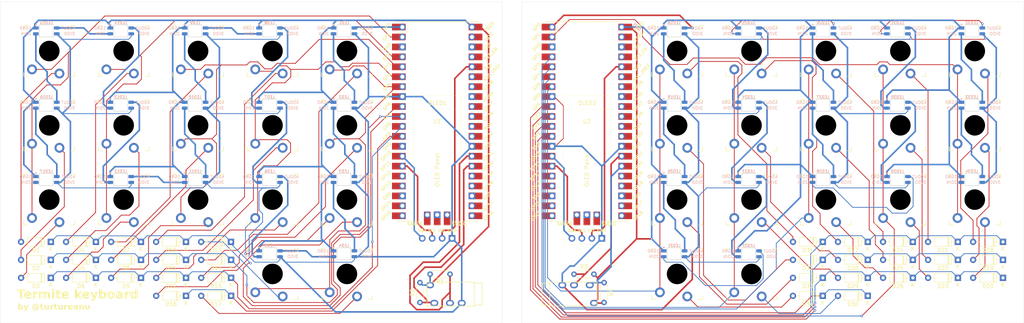
<source format=kicad_pcb>
(kicad_pcb (version 20240108) (generator "pcbnew") (generator_version "8.0")
  (layers (0 "F.Cu" signal) (31 "B.Cu" signal) (34 "B.Paste" user) (35 "F.Paste" user) (36 "B.SilkS" user "B.Silkscreen") (37 "F.SilkS" user "F.Silkscreen") (38 "B.Mask" user) (39 "F.Mask" user) (44 "Edge.Cuts" user))
  (net 0 "")
  (net 1 "ROW_L_1")
  (net 2 "Net-(D1-A)")
  (net 3 "ROW_L_2")
  (net 4 "Net-(D2-A)")
  (net 5 "Net-(D3-A)")
  (net 6 "ROW_L_3")
  (net 7 "Net-(D4-A)")
  (net 8 "Net-(D5-A)")
  (net 9 "Net-(D6-A)")
  (net 10 "Net-(D7-A)")
  (net 11 "Net-(D8-A)")
  (net 12 "Net-(D9-A)")
  (net 13 "Net-(D10-A)")
  (net 14 "Net-(D11-A)")
  (net 15 "Net-(D12-A)")
  (net 16 "Net-(D13-A)")
  (net 17 "Net-(D14-A)")
  (net 18 "Net-(D15-A)")
  (net 19 "Net-(D16-A)")
  (net 20 "ROW_L_4")
  (net 21 "Net-(D17-A)")
  (net 22 "ROW_R_1")
  (net 23 "Net-(D18-A)")
  (net 24 "Net-(D19-A)")
  (net 25 "ROW_R_2")
  (net 26 "ROW_R_3")
  (net 27 "Net-(D20-A)")
  (net 28 "Net-(D21-A)")
  (net 29 "Net-(D22-A)")
  (net 30 "Net-(D23-A)")
  (net 31 "Net-(D24-A)")
  (net 32 "Net-(D25-A)")
  (net 33 "Net-(D26-A)")
  (net 34 "Net-(D27-A)")
  (net 35 "Net-(D28-A)")
  (net 36 "Net-(D29-A)")
  (net 37 "Net-(D30-A)")
  (net 38 "ROW_R_4")
  (net 39 "Net-(D31-A)")
  (net 40 "Net-(D32-A)")
  (net 41 "Net-(D33-A)")
  (net 42 "Net-(D34-A)")
  (net 43 "SCL_L_1")
  (net 44 "VBUS_L")
  (net 45 "GND_L")
  (net 46 "SDA_L_1")
  (net 47 "VBUS_R")
  (net 48 "SDA_R_1")
  (net 49 "SCL_R_1")
  (net 50 "Net-(LED1-DOUT)")
  (net 51 "LED_DIN_L")
  (net 52 "GND_R")
  (net 53 "Net-(LED2-DOUT)")
  (net 54 "Net-(LED3-DOUT)")
  (net 55 "Net-(LED4-DOUT)")
  (net 56 "Net-(LED5-DOUT)")
  (net 57 "Net-(LED6-DOUT)")
  (net 58 "Net-(LED7-DOUT)")
  (net 59 "Net-(LED8-DOUT)")
  (net 60 "Net-(LED10-DIN)")
  (net 61 "Net-(LED10-DOUT)")
  (net 62 "Net-(LED11-DOUT)")
  (net 63 "Net-(LED12-DOUT)")
  (net 64 "Net-(LED13-DOUT)")
  (net 65 "Net-(LED14-DOUT)")
  (net 66 "Net-(LED15-DOUT)")
  (net 67 "Net-(LED16-DOUT)")
  (net 69 "LED_DIN_R")
  (net 70 "Net-(LED18-DOUT)")
  (net 71 "Net-(LED19-DOUT)")
  (net 72 "Net-(LED20-DOUT)")
  (net 73 "Net-(LED21-DOUT)")
  (net 74 "Net-(LED22-DOUT)")
  (net 75 "Net-(LED23-DOUT)")
  (net 76 "Net-(LED24-DOUT)")
  (net 77 "Net-(LED25-DOUT)")
  (net 78 "Net-(LED26-DOUT)")
  (net 79 "Net-(LED27-DOUT)")
  (net 80 "Net-(LED28-DOUT)")
  (net 81 "Net-(LED29-DOUT)")
  (net 82 "Net-(LED30-DOUT)")
  (net 83 "Net-(LED31-DOUT)")
  (net 84 "Net-(LED32-DOUT)")
  (net 85 "Net-(LED33-DOUT)")
  (net 87 "SCL_L_2")
  (net 88 "3V3_L")
  (net 89 "SDA_L_2")
  (net 90 "3V3_R")
  (net 91 "SCL_R_2")
  (net 92 "SDA_R_2")
  (net 93 "COL_L_1")
  (net 94 "COL_L_2")
  (net 95 "COL_L_3")
  (net 96 "COL_L_4")
  (net 97 "COL_L_5")
  (net 98 "COL_R_1")
  (net 99 "COL_R_2")
  (net 100 "COL_R_3")
  (net 101 "COL_R_4")
  (net 138 "COL_R_5")
  (footprint "custom:SW_Gateron_LowProfile_THT" (layer "F.Cu") (at 263.8 65.5)
    (property "Reference" "SW20" (hide yes))
    (property "Value" "SW_Push_45deg" (hide yes))
    (fp_rect (start -2.5 -6.7) (end 1 -3.6) (stroke (width 0.12)) (fill none) (layer "Edge.Cuts"))
  )
  (footprint "custom:D_DO-35_SOD27_P7.62mm_Horizontal" (layer "F.Cu") (at 225 76.3 180)
    (property "Reference" "D31")
    (property "Value" "1N4148")
  )
  (footprint "Resistor_THT:R_Axial_DIN0204_L3.6mm_D1.6mm_P5.08mm_Horizontal" (layer "F.Cu") (at 122.14 91.8 90)
    (property "Reference" "R2")
    (property "Value" "4.7")
  )
  (footprint "custom:D_DO-35_SOD27_P7.62mm_Horizontal" (layer "F.Cu") (at 248 85.5 180)
    (property "Reference" "D26")
    (property "Value" "1N4148")
  )
  (footprint "custom:D_DO-35_SOD27_P7.62mm_Horizontal" (layer "F.Cu") (at 27.92 85.5 180)
    (property "Reference" "D3")
    (property "Value" "1N4148")
  )
  (footprint "custom:SW_Gateron_LowProfile_THT" (layer "F.Cu") (at 103.5 84.5)
    (property "Reference" "SW17" (hide yes))
    (property "Value" "SW_Push_45deg" (hide yes))
    (fp_rect (start -2.5 -6.7) (end 1 -3.6) (stroke (width 0.12)) (fill none) (layer "Edge.Cuts"))
  )
  (footprint "custom:D_DO-35_SOD27_P7.62mm_Horizontal" (layer "F.Cu") (at 271 85.5 180)
    (property "Reference" "D20")
    (property "Value" "1N4148")
  )
  (footprint "custom:D_DO-35_SOD27_P7.62mm_Horizontal" (layer "F.Cu") (at 73.9 76.3 180)
    (property "Reference" "D13")
    (property "Value" "1N4148")
  )
  (footprint "custom:SW_Gateron_LowProfile_THT" (layer "F.Cu") (at 244.8 46.5)
    (property "Reference" "SW22" (hide yes))
    (property "Value" "SW_Push_45deg" (hide yes))
    (fp_rect (start -2.5 -6.7) (end 1 -3.6) (stroke (width 0.12)) (fill none) (layer "Edge.Cuts"))
  )
  (footprint "custom:SW_Gateron_LowProfile_THT" (layer "F.Cu") (at 103.5 27.5)
    (property "Reference" "SW14" (hide yes))
    (property "Value" "SW_Push_45deg" (hide yes))
    (fp_rect (start -2.5 -6.7) (end 1 -3.6) (stroke (width 0.12)) (fill none) (layer "Edge.Cuts"))
  )
  (footprint "custom:SW_Gateron_LowProfile_THT" (layer "F.Cu") (at 27.5 65.5)
    (property "Reference" "SW3" (hide yes))
    (property "Value" "SW_Push_45deg" (hide yes))
    (fp_rect (start -2.5 -6.7) (end 1 -3.6) (stroke (width 0.12)) (fill none) (layer "Edge.Cuts"))
  )
  (footprint "custom:SW_Gateron_LowProfile_THT" (layer "F.Cu") (at 46.5 46.5)
    (property "Reference" "SW5" (hide yes))
    (property "Value" "SW_Push_45deg" (hide yes))
    (fp_rect (start -2.5 -6.7) (end 1 -3.6) (stroke (width 0.12)) (fill none) (layer "Edge.Cuts"))
  )
  (footprint "custom:D_DO-35_SOD27_P7.62mm_Horizontal" (layer "F.Cu") (at 236.495 76.3 180)
    (property "Reference" "D27")
    (property "Value" "1N4148")
  )
  (footprint "custom:D_DO-35_SOD27_P7.62mm_Horizontal" (layer "F.Cu") (at 259.5 80.9 180)
    (property "Reference" "D22")
    (property "Value" "1N4148")
  )
  (footprint "custom:SW_Gateron_LowProfile_THT" (layer "F.Cu") (at 225.8 27.5)
    (property "Reference" "SW24" (hide yes))
    (property "Value" "SW_Push_45deg" (hide yes))
    (fp_rect (start -2.5 -6.7) (end 1 -3.6) (stroke (width 0.12)) (fill none) (layer "Edge.Cuts"))
  )
  (footprint "custom:D_DO-35_SOD27_P7.62mm_Horizontal" (layer "F.Cu") (at 225 85.5 180)
    (property "Reference" "D33")
    (property "Value" "1N4148")
  )
  (footprint "custom:SW_Gateron_LowProfile_THT" (layer "F.Cu") (at 46.5 27.5)
    (property "Reference" "SW4" (hide yes))
    (property "Value" "SW_Push_45deg" (hide yes))
    (fp_rect (start -2.5 -6.7) (end 1 -3.6) (stroke (width 0.12)) (fill none) (layer "Edge.Cuts"))
  )
  (footprint "custom:D_DO-35_SOD27_P7.62mm_Horizontal" (layer "F.Cu") (at 50.91 76.3 180)
    (property "Reference" "D7")
    (property "Value" "1N4148")
  )
  (footprint "custom:D_DO-35_SOD27_P7.62mm_Horizontal" (layer "F.Cu") (at 259.5 85.5 180)
    (property "Reference" "D23")
    (property "Value" "1N4148")
  )
  (footprint "custom:D_DO-35_SOD27_P7.62mm_Horizontal" (layer "F.Cu") (at 50.92 80.9 180)
    (property "Reference" "D8")
    (property "Value" "1N4148")
  )
  (footprint "custom:SW_Gateron_LowProfile_THT" (layer "F.Cu") (at 244.8 27.5)
    (property "Reference" "SW21" (hide yes))
    (property "Value" "SW_Push_45deg" (hide yes))
    (fp_rect (start -2.5 -6.7) (end 1 -3.6) (stroke (width 0.12)) (fill none) (layer "Edge.Cuts"))
  )
  (footprint "custom:SW_Gateron_LowProfile_THT" (layer "F.Cu") (at 84.5 46.5)
    (property "Reference" "SW11" (hide yes))
    (property "Value" "SW_Push_45deg" (hide yes))
    (fp_rect (start -2.5 -6.7) (end 1 -3.6) (stroke (width 0.12)) (fill none) (layer "Edge.Cuts"))
  )
  (footprint "custom:SW_Gateron_LowProfile_THT" (layer "F.Cu") (at 187.8 27.5)
    (property "Reference" "SW31" (hide yes))
    (property "Value" "SW_Push_45deg" (hide yes))
    (fp_rect (start -2.5 -6.7) (end 1 -3.6) (stroke (width 0.12)) (fill none) (layer "Edge.Cuts"))
  )
  (footprint "MCU_RaspberryPi_and_Boards:RPi_Pico_SMD_TH" (layer "F.Cu") (at 164.755 45.5)
    (property "Reference" "U2")
    (property "Value" "Pico")
  )
  (footprint "Resistor_THT:R_Axial_DIN0204_L3.6mm_D1.6mm_P5.08mm_Horizontal" (layer "F.Cu") (at 129.82 84.56 180)
    (property "Reference" "R1")
    (property "Value" "4.7")
  )
  (footprint "custom:SW_Gateron_LowProfile_THT" (layer "F.Cu") (at 84.5 27.5)
    (property "Reference" "SW10" (hide yes))
    (property "Value" "SW_Push_45deg" (hide yes))
    (fp_rect (start -2.5 -6.7) (end 1 -3.6) (stroke (width 0.12)) (fill none) (layer "Edge.Cuts"))
  )
  (footprint "custom:TRRS-PJ-320A" (layer "F.Cu") (at 155.29 89.65 90)
    (property "Reference" "J2")
    (property "Value" "AudioJack4" (hide yes))
  )
  (footprint "custom:D_DO-35_SOD27_P7.62mm_Horizontal" (layer "F.Cu") (at 248 80.9 180)
    (property "Reference" "D25")
    (property "Value" "1N4148")
  )
  (footprint "custom:D_DO-35_SOD27_P7.62mm_Horizontal" (layer "F.Cu") (at 62.405 76.3 180)
    (property "Reference" "D10")
    (property "Value" "1N4148")
  )
  (footprint "custom:SW_Gateron_LowProfile_THT" (layer "F.Cu") (at 27.5 46.5)
    (property "Reference" "SW2" (hide yes))
    (property "Value" "SW_Push_45deg" (hide yes))
    (fp_rect (start -2.5 -6.7) (end 1 -3.6) (stroke (width 0.12)) (fill none) (layer "Edge.Cuts"))
  )
  (footprint "custom:SW_Gateron_LowProfile_THT" (layer "F.Cu") (at 84.5 84.5)
    (property "Reference" "SW13" (hide yes))
    (property "Value" "SW_Push_45deg" (hide yes))
    (fp_rect (start -2.5 -6.7) (end 1 -3.6) (stroke (width 0.12)) (fill none) (layer "Edge.Cuts"))
  )
  (footprint "custom:SW_Gateron_LowProfile_THT" (layer "F.Cu") (at 187.8 65.5)
    (property "Reference" "SW33" (hide yes))
    (property "Value" "SW_Push_45deg" (hide yes))
    (fp_rect (start -2.5 -6.7) (end 1 -3.6) (stroke (width 0.12)) (fill none) (layer "Edge.Cuts"))
  )
  (footprint "custom:D_DO-35_SOD27_P7.62mm_Horizontal" (layer "F.Cu") (at 271 80.9 180)
    (property "Reference" "D19")
    (property "Value" "1N4148")
  )
  (footprint "custom:D_DO-35_SOD27_P7.62mm_Horizontal" (layer "F.Cu") (at 236.5 90.1 180)
    (property "Reference" "D30")
    (property "Value" "1N4148")
  )
  (footprint "custom:SW_Gateron_LowProfile_THT" (layer "F.Cu") (at 65.5 65.5)
    (property "Reference" "SW9" (hide yes))
    (property "Value" "SW_Push_45deg" (hide yes))
    (fp_rect (start -2.5 -6.7) (end 1 -3.6) (stroke (width 0.12)) (fill none) (layer "Edge.Cuts"))
  )
  (footprint "custom:SW_Gateron_LowProfile_THT" (layer "F.Cu") (at 244.8 65.5)
    (property "Reference" "SW23" (hide yes))
    (property "Value" "SW_Push_45deg" (hide yes))
    (fp_rect (start -2.5 -6.7) (end 1 -3.6) (stroke (width 0.12)) (fill none) (layer "Edge.Cuts"))
  )
  (footprint "custom:SW_Gateron_LowProfile_THT" (layer "F.Cu") (at 46.5 65.5)
    (property "Reference" "SW6" (hide yes))
    (property "Value" "SW_Push_45deg" (hide yes))
    (fp_rect (start -2.5 -6.7) (end 1 -3.6) (stroke (width 0.12)) (fill none) (layer "Edge.Cuts"))
  )
  (footprint "custom:D_DO-35_SOD27_P7.62mm_Horizontal" (layer "F.Cu") (at 39.42 85.5 180)
    (property "Reference" "D6")
    (property "Value" "1N4148")
  )
  (footprint "custom:D_DO-35_SOD27_P7.62mm_Horizontal" (layer "F.Cu") (at 27.92 76.3 180)
    (property "Reference" "D1")
    (property "Value" "1N4148")
  )
  (footprint "custom:D_DO-35_SOD27_P7.62mm_Horizontal" (layer "F.Cu") (at 271 76.3 180)
    (property "Reference" "D18")
    (property "Value" "1N4148")
  )
  (footprint "custom:SW_Gateron_LowProfile_THT" (layer "F.Cu") (at 103.5 46.5)
    (property "Reference" "SW15" (hide yes))
    (property "Value" "SW_Push_45deg" (hide yes))
    (fp_rect (start -2.5 -6.7) (end 1 -3.6) (stroke (width 0.12)) (fill none) (layer "Edge.Cuts"))
  )
  (footprint "MCU_RaspberryPi_and_Boards:RPi_Pico_SMD_TH" (layer "F.Cu") (at 126.545 45.5)
    (property "Reference" "U1")
    (property "Value" "Pico")
  )
  (footprint "custom:D_DO-35_SOD27_P7.62mm_Horizontal" (layer "F.Cu") (at 50.92 85.5 180)
    (property "Reference" "D9")
    (property "Value" "1N4148")
  )
  (footprint "custom:D_DO-35_SOD27_P7.62mm_Horizontal" (layer "F.Cu") (at 236.5 80.9 180)
    (property "Reference" "D28")
    (property "Value" "1N4148")
  )
  (footprint "custom:D_DO-35_SOD27_P7.62mm_Horizontal" (layer "F.Cu") (at 27.92 80.9 180)
    (property "Reference" "D2")
    (property "Value" "1N4148")
  )
  (footprint "custom:SW_Gateron_LowProfile_THT" (layer "F.Cu") (at 263.8 46.5)
    (property "Reference" "SW19" (hide yes))
    (property "Value" "SW_Push_45deg" (hide yes))
    (fp_rect (start -2.5 -6.7) (end 1 -3.6) (stroke (width 0.12)) (fill none) (layer "Edge.Cuts"))
  )
  (footprint "custom:D_DO-35_SOD27_P7.62mm_Horizontal" (layer "F.Cu") (at 225 80.9 180)
    (property "Reference" "D32")
    (property "Value" "1N4148")
  )
  (footprint "custom:TRRS-PJ-320A" (layer "F.Cu") (at 136.01 89.65 -90)
    (property "Reference" "J1")
    (property "Value" "AudioJack4" (hide yes))
  )
  (footprint "custom:SW_Gateron_LowProfile_THT" (layer "F.Cu") (at 65.5 27.5)
    (property "Reference" "SW7" (hide yes))
    (property "Value" "SW_Push_45deg" (hide yes))
    (fp_rect (start -2.5 -6.7) (end 1 -3.6) (stroke (width 0.12)) (fill none) (layer "Edge.Cuts"))
  )
  (footprint "Resistor_THT:R_Axial_DIN0204_L3.6mm_D1.6mm_P5.08mm_Horizontal" (layer "F.Cu") (at 161.48 84.56)
    (property "Reference" "R3")
    (property "Value" "4.7")
  )
  (footprint "custom:SW_Gateron_LowProfile_THT" (layer "F.Cu") (at 206.8 84.5)
    (property "Reference" "SW30" (hide yes))
    (property "Value" "SW_Push_45deg" (hide yes))
    (fp_rect (start -2.5 -6.7) (end 1 -3.6) (stroke (width 0.12)) (fill none) (layer "Edge.Cuts"))
  )
  (footprint "custom:D_DO-35_SOD27_P7.62mm_Horizontal" (layer "F.Cu") (at 236.5 85.5 180)
    (property "Reference" "D29")
    (property "Value" "1N4148")
  )
  (footprint "custom:SW_Gateron_LowProfile_THT" (layer "F.Cu") (at 103.5 65.5)
    (property "Reference" "SW16" (hide yes))
    (property "Value" "SW_Push_45deg" (hide yes))
    (fp_rect (start -2.5 -6.7) (end 1 -3.6) (stroke (width 0.12)) (fill none) (layer "Edge.Cuts"))
  )
  (footprint "custom:D_DO-35_SOD27_P7.62mm_Horizontal" (layer "F.Cu") (at 62.42 80.9 180)
    (property "Reference" "D11")
    (property "Value" "1N4148")
  )
  (footprint "custom:D_DO-35_SOD27_P7.62mm_Horizontal" (layer "F.Cu") (at 73.92 85.5 180)
    (property "Reference" "D15")
    (property "Value" "1N4148")
  )
  (footprint "custom:SW_Gateron_LowProfile_THT" (layer "F.Cu") (at 263.8 27.5)
    (property "Reference" "SW18" (hide yes))
    (property "Value" "SW_Push_45deg" (hide yes))
    (fp_rect (start -2.5 -6.7) (end 1 -3.6) (stroke (width 0.12)) (fill none) (layer "Edge.Cuts"))
  )
  (footprint "custom:D_DO-35_SOD27_P7.62mm_Horizontal" (layer "F.Cu") (at 62.42 85.5 180)
    (property "Reference" "D12")
    (property "Value" "1N4148")
  )
  (footprint "custom:D_DO-35_SOD27_P7.62mm_Horizontal" (layer "F.Cu") (at 259.485 76.3 180)
    (property "Reference" "D21")
    (property "Value" "1N4148")
  )
  (footprint "custom:SW_Gateron_LowProfile_THT" (layer "F.Cu") (at 206.8 27.5)
    (property "Reference" "SW27" (hide yes))
    (property "Value" "SW_Push_45deg" (hide yes))
    (fp_rect (start -2.5 -6.7) (end 1 -3.6) (stroke (width 0.12)) (fill none) (layer "Edge.Cuts"))
  )
  (footprint "custom:SSD1306-0.91-OLED-4pin-128x32" (layer "F.Cu") (at 170.76 38.9 -90)
    (property "Reference" "OLED2")
    (property "Value" "SSD1306-0.91-OLED-4pin-128x32")
  )
  (footprint "custom:SW_Gateron_LowProfile_THT" (layer "F.Cu") (at 65.5 46.5)
    (property "Reference" "SW8" (hide yes))
    (property "Value" "SW_Push_45deg" (hide yes))
    (fp_rect (start -2.5 -6.7) (end 1 -3.6) (stroke (width 0.12)) (fill none) (layer "Edge.Cuts"))
  )
  (footprint "custom:SW_Gateron_LowProfile_THT" (layer "F.Cu") (at 225.8 46.5)
    (property "Reference" "SW25" (hide yes))
    (property "Value" "SW_Push_45deg" (hide yes))
    (fp_rect (start -2.5 -6.7) (end 1 -3.6) (stroke (width 0.12)) (fill none) (layer "Edge.Cuts"))
  )
  (footprint "custom:D_DO-35_SOD27_P7.62mm_Horizontal" (layer "F.Cu") (at 225 90.1 180)
    (property "Reference" "D34")
    (property "Value" "1N4148")
  )
  (footprint "custom:SSD1306-0.91-OLED-4pin-128x32" (layer "F.Cu") (at 132.54 38.9 -90)
    (property "Reference" "OLED1")
    (property "Value" "SSD1306-0.91-OLED-4pin-128x32")
  )
  (footprint "custom:SW_Gateron_LowProfile_THT" (layer "F.Cu") (at 225.8 65.5)
    (property "Reference" "SW26" (hide yes))
    (property "Value" "SW_Push_45deg" (hide yes))
    (fp_rect (start -2.5 -6.7) (end 1 -3.6) (stroke (width 0.12)) (fill none) (layer "Edge.Cuts"))
  )
  (footprint "custom:SW_Gateron_LowProfile_THT" (layer "F.Cu") (at 84.5 65.5)
    (property "Reference" "SW12" (hide yes))
    (property "Value" "SW_Push_45deg" (hide yes))
    (fp_rect (start -2.5 -6.7) (end 1 -3.6) (stroke (width 0.12)) (fill none) (layer "Edge.Cuts"))
  )
  (footprint "custom:D_DO-35_SOD27_P7.62mm_Horizontal" (layer "F.Cu") (at 62.42 90.1 180)
    (property "Reference" "D16")
    (property "Value" "1N4148")
  )
  (footprint "custom:SW_Gateron_LowProfile_THT" (layer "F.Cu") (at 187.8 46.5)
    (property "Reference" "SW32" (hide yes))
    (property "Value" "SW_Push_45deg" (hide yes))
    (fp_rect (start -2.5 -6.7) (end 1 -3.6) (stroke (width 0.12)) (fill none) (layer "Edge.Cuts"))
  )
  (footprint "custom:D_DO-35_SOD27_P7.62mm_Horizontal" (layer "F.Cu") (at 39.42 80.9 180)
    (property "Reference" "D5")
    (property "Value" "1N4148")
  )
  (footprint "custom:D_DO-35_SOD27_P7.62mm_Horizontal" (layer "F.Cu") (at 73.92 80.9 180)
    (property "Reference" "D14")
    (property "Value" "1N4148")
  )
  (footprint "Resistor_THT:R_Axial_DIN0204_L3.6mm_D1.6mm_P5.08mm_Horizontal" (layer "F.Cu") (at 169.16 86.72 -90)
    (property "Reference" "R4")
    (property "Value" "4.7")
  )
  (footprint "custom:D_DO-35_SOD27_P7.62mm_Horizontal" (layer "F.Cu") (at 247.99 76.3 180)
    (property "Reference" "D24")
    (property "Value" "1N4148")
  )
  (footprint "custom:SW_Gateron_LowProfile_THT" (layer "F.Cu") (at 206.8 65.5)
    (property "Reference" "SW29" (hide yes))
    (property "Value" "SW_Push_45deg" (hide yes))
    (fp_rect (start -2.5 -6.7) (end 1 -3.6) (stroke (width 0.12)) (fill none) (layer "Edge.Cuts"))
  )
  (footprint "custom:D_DO-35_SOD27_P7.62mm_Horizontal" (layer "F.Cu") (at 39.415 76.3 180)
    (property "Reference" "D4")
    (property "Value" "1N4148")
  )
  (footprint "custom:D_DO-35_SOD27_P7.62mm_Horizontal" (layer "F.Cu") (at 73.92 90.1 180)
    (property "Reference" "D17")
    (property "Value" "1N4148")
  )
  (footprint "custom:SW_Gateron_LowProfile_THT" (layer "F.Cu") (at 206.8 46.5)
    (property "Reference" "SW28" (hide yes))
    (property "Value" "SW_Push_45deg" (hide yes))
    (fp_rect (start -2.5 -6.7) (end 1 -3.6) (stroke (width 0.12)) (fill none) (layer "Edge.Cuts"))
  )
  (footprint "custom:SW_Gateron_LowProfile_THT" (layer "F.Cu") (at 187.8 84.5)
    (property "Reference" "SW34" (hide yes))
    (property "Value" "SW_Push_45deg" (hide yes))
    (fp_rect (start -2.5 -6.7) (end 1 -3.6) (stroke (width 0.12)) (fill none) (layer "Edge.Cuts"))
  )
  (footprint "custom:SW_Gateron_LowProfile_THT" (layer "F.Cu") (at 27.5 27.5)
    (property "Reference" "SW1" (hide yes))
    (property "Value" "SW_Push_45deg" (hide yes))
    (fp_rect (start -2.5 -6.7) (end 1 -3.6) (stroke (width 0.12)) (fill none) (layer "Edge.Cuts"))
  )
  (footprint "Keebio-Parts:SK6812-MINI-E" (layer "B.Cu") (at 244.05 60.35 180)
    (property "Reference" "LED29")
    (property "Value" "~" (hide yes))
  )
  (footprint "Keebio-Parts:SK6812-MINI-E" (layer "B.Cu") (at 206.05 60.35 180)
    (property "Reference" "LED23")
    (property "Value" "~" (hide yes))
  )
  (footprint "custom:SK6812-MINI-E" (layer "B.Cu") (at 64.75 41.355 180)
    (property "Reference" "LED10")
    (property "Value" "~" (hide yes))
  )
  (footprint "Keebio-Parts:SK6812-MINI-E" (layer "B.Cu") (at 206.05 22.35 180)
    (property "Reference" "LED25")
    (property "Value" "~" (hide yes))
  )
  (footprint "custom:SK6812-MINI-E" (layer "B.Cu") (at 45.755 22.35 180)
    (property "Reference" "LED14")
    (property "Value" "~" (hide yes))
  )
  (footprint "custom:SK6812-MINI-E" (layer "B.Cu") (at 64.75 22.35 180)
    (property "Reference" "LED9")
    (property "Value" "~" (hide yes))
  )
  (footprint "Keebio-Parts:SK6812-MINI-E" (layer "B.Cu") (at 187.05 41.35 180)
    (property "Reference" "LED19")
    (property "Value" "~" (hide yes))
  )
  (footprint "custom:SK6812-MINI-E" (layer "B.Cu") (at 45.75 60.35 180)
    (property "Reference" "LED12")
    (property "Value" "~" (hide yes))
  )
  (footprint "custom:SK6812-MINI-E" (layer "B.Cu") (at 83.75 22.35 180)
    (property "Reference" "LED8")
    (property "Value" "~" (hide yes))
  )
  (footprint "Keebio-Parts:SK6812-MINI-E" (layer "B.Cu") (at 187.05 22.35 180)
    (property "Reference" "LED18")
    (property "Value" "~" (hide yes))
  )
  (footprint "custom:SK6812-MINI-E" (layer "B.Cu") (at 64.755 60.35 180)
    (property "Reference" "LED11")
    (property "Value" "~" (hide yes))
  )
  (footprint "Keebio-Parts:SK6812-MINI-E" (layer "B.Cu") (at 263.05 60.345 180)
    (property "Reference" "LED34")
    (property "Value" "~" (hide yes))
  )
  (footprint "Keebio-Parts:SK6812-MINI-E" (layer "B.Cu") (at 244.05 41.35 180)
    (property "Reference" "LED30")
    (property "Value" "~" (hide yes))
  )
  (footprint "custom:SK6812-MINI-E" (layer "B.Cu") (at 83.755 79.35 180)
    (property "Reference" "LED5")
    (property "Value" "~" (hide yes))
  )
  (footprint "Keebio-Parts:SK6812-MINI-E" (layer "B.Cu") (at 206.05 41.35 180)
    (property "Reference" "LED24")
    (property "Value" "~" (hide yes))
  )
  (footprint "custom:SK6812-MINI-E" (layer "B.Cu") (at 102.75 41.35 180)
    (property "Reference" "LED2")
    (property "Value" "~" (hide yes))
  )
  (footprint "custom:SK6812-MINI-E" (layer "B.Cu") (at 83.755 60.35 180)
    (property "Reference" "LED6")
    (property "Value" "~" (hide yes))
  )
  (footprint "Keebio-Parts:SK6812-MINI-E" (layer "B.Cu") (at 225.05 22.35 180)
    (property "Reference" "LED26")
    (property "Value" "~" (hide yes))
  )
  (footprint "custom:SK6812-MINI-E" (layer "B.Cu") (at 102.75 79.345 180)
    (property "Reference" "LED4")
    (property "Value" "~" (hide yes))
  )
  (footprint "custom:SK6812-MINI-E" (layer "B.Cu") (at 26.75 41.35 180)
    (property "Reference" "LED16")
    (property "Value" "~" (hide yes))
  )
  (footprint "Keebio-Parts:SK6812-MINI-E" (layer "B.Cu") (at 187.055 79.35 180)
    (property "Reference" "LED21")
    (property "Value" "~" (hide yes))
  )
  (footprint "custom:SK6812-MINI-E" (layer "B.Cu") (at 102.755 60.35 180)
    (property "Reference" "LED3")
    (property "Value" "~" (hide yes))
  )
  (footprint "custom:SK6812-MINI-E" (layer "B.Cu") (at 83.745 41.35 180)
    (property "Reference" "LED7")
    (property "Value" "~" (hide yes))
  )
  (footprint "Keebio-Parts:SK6812-MINI-E" (layer "B.Cu") (at 187.05 60.35 180)
    (property "Reference" "LED20")
    (property "Value" "~" (hide yes))
  )
  (footprint "custom:SK6812-MINI-E" (layer "B.Cu") (at 26.755 60.35 180)
    (property "Reference" "LED17")
    (property "Value" "~" (hide yes))
  )
  (footprint "Keebio-Parts:SK6812-MINI-E" (layer "B.Cu") (at 206.05 79.355 180)
    (property "Reference" "LED22")
    (property "Value" "~" (hide yes))
  )
  (footprint "custom:SK6812-MINI-E" (layer "B.Cu") (at 102.75 22.35 180)
    (property "Reference" "LED1")
    (property "Value" "~" (hide yes))
  )
  (footprint "Keebio-Parts:SK6812-MINI-E" (layer "B.Cu") (at 225.055 41.35 180)
    (property "Reference" "LED27")
    (property "Value" "~" (hide yes))
  )
  (footprint "Keebio-Parts:SK6812-MINI-E" (layer "B.Cu") (at 225.05 60.35 180)
    (property "Reference" "LED28")
    (property "Value" "~" (hide yes))
  )
  (footprint "custom:SK6812-MINI-E" (layer "B.Cu") (at 26.755 22.35 180)
    (property "Reference" "LED15")
    (property "Value" "~" (hide yes))
  )
  (footprint "Keebio-Parts:SK6812-MINI-E" (layer "B.Cu") (at 263.05 22.35 180)
    (property "Reference" "LED32")
    (property "Value" "~" (hide yes))
  )
  (footprint "custom:SK6812-MINI-E" (layer "B.Cu") (at 45.745 41.35 180)
    (property "Reference" "LED13")
    (property "Value" "~" (hide yes))
  )
  (footprint "Keebio-Parts:SK6812-MINI-E" (layer "B.Cu") (at 244.05 22.35 180)
    (property "Reference" "LED31")
    (property "Value" "~" (hide yes))
  )
  (footprint "Keebio-Parts:SK6812-MINI-E" (layer "B.Cu") (at 263.05 41.35 180)
    (property "Reference" "LED33")
    (property "Value" "~" (hide yes))
  )
  (gr_line (start 14.95 97.05) (end 14.95 14.95) (stroke (width 0.05)) (layer "Edge.Cuts"))
  (gr_line (start 276.35 14.95) (end 276.35 97.05) (stroke (width 0.05)) (layer "Edge.Cuts"))
  (gr_line (start 143.15 14.95) (end 143.15 97.05) (stroke (width 0.05)) (layer "Edge.Cuts"))
  (gr_line (start 276.35 97.05) (end 148.15 97.05) (stroke (width 0.05)) (layer "Edge.Cuts"))
  (gr_line (start 14.95 14.95) (end 143.15 14.95) (stroke (width 0.05)) (layer "Edge.Cuts"))
  (gr_line (start 143.15 97.05) (end 14.95 97.05) (stroke (width 0.05)) (layer "Edge.Cuts"))
  (gr_line (start 148.15 97.05) (end 148.15 14.95) (stroke (width 0.05)) (layer "Edge.Cuts"))
  (gr_line (start 148.15 14.95) (end 276.35 14.95) (stroke (width 0.05)) (layer "Edge.Cuts"))
  (gr_text "GP0" (at 177.555 21.37 135) (layer "B.SilkS") (effects (font (size 0.8 0.8)) (justify mirror)))
  (gr_text "Termite keyboard" (at 19.25 91.144578 0) (layer "F.SilkS") (effects (font (size 2.25 2.25) (thickness 0.3) (bold yes)) (justify left bottom)))
  (gr_text "by @turtureanu" (at 19.4 93.85 0) (layer "F.SilkS") (effects (font (size 1.5 1.5) (thickness 0.3) (bold yes)) (justify left bottom)))
  (segment (start 99.15 92.6) (end 101.8 89.95) (width 0.2) (layer "F.Cu") (net 1))
  (segment (start 116.095 41.69) (end 117.655 41.69) (width 0.2) (layer "F.Cu") (net 1))
  (segment (start 79.35 92.6) (end 99.15 92.6) (width 0.2) (layer "F.Cu") (net 1))
  (segment (start 106.9 75.1) (end 109.6 72.4) (width 0.2) (layer "F.Cu") (net 1))
  (segment (start 78.9 81.75) (end 78.35 81.75) (width 0.2) (layer "F.Cu") (net 1))
  (segment (start 78.35 81.75) (end 77.04 83.06) (width 0.2) (layer "F.Cu") (net 1))
  (segment (start 101.8 88.05) (end 100.1 86.35) (width 0.2) (layer "F.Cu") (net 1))
  (segment (start 101.8 89.95) (end 101.8 88.05) (width 0.2) (layer "F.Cu") (net 1))
  (segment (start 77.04 83.06) (end 77.04 90.29) (width 0.2) (layer "F.Cu") (net 1))
  (segment (start 77.04 90.29) (end 79.35 92.6) (width 0.2) (layer "F.Cu") (net 1))
  (segment (start 101.96 75.1) (end 106.9 75.1) (width 0.2) (layer "F.Cu") (net 1))
  (segment (start 100.1 76.96) (end 101.96 75.1) (width 0.2) (layer "F.Cu") (net 1))
  (segment (start 109.6 72.4) (end 109.6 48.185) (width 0.2) (layer "F.Cu") (net 1))
  (segment (start 109.6 48.185) (end 116.095 41.69) (width 0.2) (layer "F.Cu") (net 1))
  (segment (start 100.1 86.35) (end 100.1 76.96) (width 0.2) (layer "F.Cu") (net 1))
  (via (at 78.9 81.75) (size 0.6) (drill 0.3) (layers "F.Cu" "B.Cu") (net 1))
  (segment (start 72.33 74.73) (end 73.9 76.3) (width 0.2) (layer "B.Cu") (net 1))
  (segment (start 29.49 74.73) (end 37.845 74.73) (width 0.2) (layer "B.Cu") (net 1))
  (segment (start 78.9 81.75) (end 78.85 81.75) (width 0.2) (layer "B.Cu") (net 1))
  (segment (start 60.835 74.73) (end 62.405 76.3) (width 0.2) (layer "B.Cu") (net 1))
  (segment (start 50.91 76.3) (end 52.48 74.73) (width 0.2) (layer "B.Cu") (net 1))
  (segment (start 39.415 76.3) (end 40.955 74.76) (width 0.2) (layer "B.Cu") (net 1))
  (segment (start 27.92 76.3) (end 29.49 74.73) (width 0.2) (layer "B.Cu") (net 1))
  (segment (start 73.9 76.8) (end 73.9 76.3) (width 0.2) (layer "B.Cu") (net 1))
  (segment (start 49.37 74.76) (end 50.91 76.3) (width 0.2) (layer "B.Cu") (net 1))
  (segment (start 62.405 76.3) (end 63.975 74.73) (width 0.2) (layer "B.Cu") (net 1))
  (segment (start 40.955 74.76) (end 49.37 74.76) (width 0.2) (layer "B.Cu") (net 1))
  (segment (start 37.845 74.73) (end 39.415 76.3) (width 0.2) (layer "B.Cu") (net 1))
  (segment (start 78.85 81.75) (end 73.9 76.8) (width 0.2) (layer "B.Cu") (net 1))
  (segment (start 63.975 74.73) (end 72.33 74.73) (width 0.2) (layer "B.Cu") (net 1))
  (segment (start 52.48 74.73) (end 60.835 74.73) (width 0.2) (layer "B.Cu") (net 1))
  (segment (start 20.3 41.03) (end 28.08 33.25) (width 0.2) (layer "F.Cu") (net 2))
  (segment (start 20.3 76.3) (end 20.3 41.03) (width 0.2) (layer "F.Cu") (net 2))
  (segment (start 28.08 33.25) (end 30.1 33.25) (width 0.2) (layer "F.Cu") (net 2))
  (segment (start 77.95 90.05) (end 79.7 91.8) (width 0.2) (layer "F.Cu") (net 3))
  (segment (start 101.79 74.4) (end 106.75 74.4) (width 0.2) (layer "F.Cu") (net 3))
  (segment (start 101.05 89.85) (end 101.05 88.45) (width 0.2) (layer "F.Cu") (net 3))
  (segment (start 77.95 87.3) (end 77.95 90.05) (width 0.2) (layer "F.Cu") (net 3))
  (segment (start 99.1 91.8) (end 101.05 89.85) (width 0.2) (layer "F.Cu") (net 3))
  (segment (start 79.7 91.8) (end 99.1 91.8) (width 0.2) (layer "F.Cu") (net 3))
  (segment (start 108.9 72.25) (end 108.9 47.4) (width 0.2) (layer "F.Cu") (net 3))
  (segment (start 99.6 87) (end 99.6 76.59) (width 0.2) (layer "F.Cu") (net 3))
  (segment (start 101.05 88.45) (end 99.6 87) (width 0.2) (layer "F.Cu") (net 3))
  (segment (start 106.75 74.4) (end 108.9 72.25) (width 0.2) (layer "F.Cu") (net 3))
  (segment (start 99.6 76.59) (end 101.79 74.4) (width 0.2) (layer "F.Cu") (net 3))
  (segment (start 108.9 47.4) (end 112.025 44.275) (width 0.2) (layer "F.Cu") (net 3))
  (via (at 112.025 44.275) (size 0.6) (drill 0.3) (layers "F.Cu" "B.Cu") (net 3))
  (via (at 77.95 87.3) (size 0.6) (drill 0.3) (layers "F.Cu" "B.Cu") (net 3))
  (segment (start 27.92 80.9) (end 29.49 79.33) (width 0.2) (layer "B.Cu") (net 3))
  (segment (start 37.85 79.33) (end 39.42 80.9) (width 0.2) (layer "B.Cu") (net 3))
  (segment (start 77.95 84.93) (end 73.92 80.9) (width 0.2) (layer "B.Cu") (net 3))
  (segment (start 29.49 79.33) (end 37.85 79.33) (width 0.2) (layer "B.Cu") (net 3))
  (segment (start 72.33 79.31) (end 73.92 80.9) (width 0.2) (layer "B.Cu") (net 3))
  (segment (start 112.07 44.23) (end 117.655 44.23) (width 0.2) (layer "B.Cu") (net 3))
  (segment (start 49.35 79.33) (end 50.92 80.9) (width 0.2) (layer "B.Cu") (net 3))
  (segment (start 62.42 80.9) (end 64.01 79.31) (width 0.2) (layer "B.Cu") (net 3))
  (segment (start 50.92 80.9) (end 52.51 79.31) (width 0.2) (layer "B.Cu") (net 3))
  (segment (start 64.01 79.31) (end 72.33 79.31) (width 0.2) (layer "B.Cu") (net 3))
  (segment (start 60.83 79.31) (end 62.42 80.9) (width 0.2) (layer "B.Cu") (net 3))
  (segment (start 77.95 87.3) (end 77.95 84.93) (width 0.2) (layer "B.Cu") (net 3))
  (segment (start 40.99 79.33) (end 49.35 79.33) (width 0.2) (layer "B.Cu") (net 3))
  (segment (start 52.51 79.31) (end 60.83 79.31) (width 0.2) (layer "B.Cu") (net 3))
  (segment (start 112.025 44.275) (end 112.07 44.23) (width 0.2) (layer "B.Cu") (net 3))
  (segment (start 39.42 80.9) (end 40.99 79.33) (width 0.2) (layer "B.Cu") (net 3))
  (segment (start 20.3 78.35) (end 31.349999 67.300001) (width 0.2) (layer "F.Cu") (net 4))
  (segment (start 31.349999 53.499999) (end 30.1 52.25) (width 0.2) (layer "F.Cu") (net 4))
  (segment (start 20.3 80.9) (end 20.3 78.35) (width 0.2) (layer "F.Cu") (net 4))
  (segment (start 31.349999 67.300001) (end 31.349999 53.499999) (width 0.2) (layer "F.Cu") (net 4))
  (segment (start 21.72 79.63) (end 30.1 71.25) (width 0.2) (layer "F.Cu") (net 5))
  (segment (start 21.72 84.08) (end 21.72 79.63) (width 0.2) (layer "F.Cu") (net 5))
  (segment (start 20.3 85.5) (end 21.72 84.08) (width 0.2) (layer "F.Cu") (net 5))
  (segment (start 75.6 87.18) (end 73.92 85.5) (width 0.2) (layer "F.Cu") (net 6))
  (segment (start 78.55 93.4) (end 75.6 90.45) (width 0.2) (layer "F.Cu") (net 6))
  (segment (start 109.99 82.76) (end 99.35 93.4) (width 0.2) (layer "F.Cu") (net 6))
  (segment (start 75.6 90.45) (end 75.6 87.18) (width 0.2) (layer "F.Cu") (net 6))
  (segment (start 109.99 76.28) (end 109.99 82.76) (width 0.2) (layer "F.Cu") (net 6))
  (segment (start 99.35 93.4) (end 78.55 93.4) (width 0.2) (layer "F.Cu") (net 6))
  (via (at 109.99 76.28) (size 0.6) (drill 0.3) (layers "F.Cu" "B.Cu") (net 6))
  (segment (start 50.92 85.5) (end 52.49 83.93) (width 0.2) (layer "B.Cu") (net 6))
  (segment (start 49.36 83.94) (end 50.92 85.5) (width 0.2) (layer "B.Cu") (net 6))
  (segment (start 27.92 85.5) (end 29.49 83.93) (width 0.2) (layer "B.Cu") (net 6))
  (segment (start 109.99 54.435) (end 117.655 46.77) (width 0.2) (layer "B.Cu") (net 6))
  (segment (start 62.42 85.5) (end 63.98 83.94) (width 0.2) (layer "B.Cu") (net 6))
  (segment (start 109.99 76.28) (end 109.99 54.435) (width 0.2) (layer "B.Cu") (net 6))
  (segment (start 72.36 83.94) (end 73.92 85.5) (width 0.2) (layer "B.Cu") (net 6))
  (segment (start 29.49 83.93) (end 37.85 83.93) (width 0.2) (layer "B.Cu") (net 6))
  (segment (start 37.85 83.93) (end 39.42 85.5) (width 0.2) (layer "B.Cu") (net 6))
  (segment (start 60.85 83.93) (end 62.42 85.5) (width 0.2) (layer "B.Cu") (net 6))
  (segment (start 52.49 83.93) (end 60.85 83.93) (width 0.2) (layer "B.Cu") (net 6))
  (segment (start 63.98 83.94) (end 72.36 83.94) (width 0.2) (layer "B.Cu") (net 6))
  (segment (start 40.98 83.94) (end 49.36 83.94) (width 0.2) (layer "B.Cu") (net 6))
  (segment (start 39.42 85.5) (end 40.98 83.94) (width 0.2) (layer "B.Cu") (net 6))
  (segment (start 39.34 41.26) (end 39.34 68.755) (width 0.2) (layer "F.Cu") (net 7))
  (segment (start 49.1 33.25) (end 47.35 33.25) (width 0.2) (layer "F.Cu") (net 7))
  (segment (start 47.35 33.25) (end 39.34 41.26) (width 0.2) (layer "F.Cu") (net 7))
  (segment (start 39.34 68.755) (end 31.795 76.3) (width 0.2) (layer "F.Cu") (net 7))
  (segment (start 45.91 69.45) (end 48.04 69.45) (width 0.2) (layer "F.Cu") (net 8))
  (segment (start 41.95 73.41) (end 45.91 69.45) (width 0.2) (layer "F.Cu") (net 8))
  (segment (start 31.8 80.9) (end 39.29 73.41) (width 0.2) (layer "F.Cu") (net 8))
  (segment (start 50.4 67.09) (end 50.4 53.55) (width 0.2) (layer "F.Cu") (net 8))
  (segment (start 39.29 73.41) (end 41.95 73.41) (width 0.2) (layer "F.Cu") (net 8))
  (segment (start 48.04 69.45) (end 50.4 67.09) (width 0.2) (layer "F.Cu") (net 8))
  (segment (start 50.4 53.55) (end 49.1 52.25) (width 0.2) (layer "F.Cu") (net 8))
  (segment (start 39.94 78.9) (end 41.3 77.54) (width 0.2) (layer "F.Cu") (net 9))
  (segment (start 38.4 78.9) (end 39.94 78.9) (width 0.2) (layer "F.Cu") (net 9))
  (segment (start 45.68 71.25) (end 49.1 71.25) (width 0.2) (layer "F.Cu") (net 9))
  (segment (start 31.8 85.5) (end 38.4 78.9) (width 0.2) (layer "F.Cu") (net 9))
  (segment (start 41.3 77.54) (end 41.3 75.63) (width 0.2) (layer "F.Cu") (net 9))
  (segment (start 41.3 75.63) (end 45.68 71.25) (width 0.2) (layer "F.Cu") (net 9))
  (segment (start 46.99 76.3) (end 58.37 64.92) (width 0.2) (layer "F.Cu") (net 10))
  (segment (start 43.29 76.3) (end 46.99 76.3) (width 0.2) (layer "F.Cu") (net 10))
  (segment (start 58.37 64.92) (end 58.37 42.98) (width 0.2) (layer "F.Cu") (net 10))
  (segment (start 58.37 42.98) (end 68.1 33.25) (width 0.2) (layer "F.Cu") (net 10))
  (segment (start 43.57 80.9) (end 62.4 62.07) (width 0.2) (layer "F.Cu") (net 11))
  (segment (start 62.4 57.95) (end 68.1 52.25) (width 0.2) (layer "F.Cu") (net 11))
  (segment (start 43.3 80.9) (end 43.57 80.9) (width 0.2) (layer "F.Cu") (net 11))
  (segment (start 62.4 62.07) (end 62.4 57.95) (width 0.2) (layer "F.Cu") (net 11))
  (segment (start 52.84 82.07) (end 52.84 75.24) (width 0.2) (layer "F.Cu") (net 12))
  (segment (start 52.84 75.24) (end 55.93 72.15) (width 0.2) (layer "F.Cu") (net 12))
  (segment (start 55.93 72.15) (end 67.2 72.15) (width 0.2) (layer "F.Cu") (net 12))
  (segment (start 67.2 72.15) (end 68.1 71.25) (width 0.2) (layer "F.Cu") (net 12))
  (segment (start 45.55 83.25) (end 51.66 83.25) (width 0.2) (layer "F.Cu") (net 12))
  (segment (start 43.3 85.5) (end 45.55 83.25) (width 0.2) (layer "F.Cu") (net 12))
  (segment (start 51.66 83.25) (end 52.84 82.07) (width 0.2) (layer "F.Cu") (net 12))
  (segment (start 85.26 33.25) (end 87.1 33.25) (width 0.2) (layer "F.Cu") (net 13))
  (segment (start 77.36 41.15) (end 85.26 33.25) (width 0.2) (layer "F.Cu") (net 13))
  (segment (start 54.785 76.3) (end 57.765 73.32) (width 0.2) (layer "F.Cu") (net 13))
  (segment (start 68.87 73.32) (end 77.36 64.83) (width 0.2) (layer "F.Cu") (net 13))
  (segment (start 57.765 73.32) (end 68.87 73.32) (width 0.2) (layer "F.Cu") (net 13))
  (segment (start 77.36 64.83) (end 77.36 41.15) (width 0.2) (layer "F.Cu") (net 13))
  (segment (start 54.8 80.9) (end 57.22 78.48) (width 0.2) (layer "F.Cu") (net 14))
  (segment (start 85.44 52.25) (end 87.1 52.25) (width 0.2) (layer "F.Cu") (net 14))
  (segment (start 79.62 65.56) (end 79.62 58.07) (width 0.2) (layer "F.Cu") (net 14))
  (segment (start 66.7 78.48) (end 79.62 65.56) (width 0.2) (layer "F.Cu") (net 14))
  (segment (start 79.62 58.07) (end 85.44 52.25) (width 0.2) (layer "F.Cu") (net 14))
  (segment (start 57.22 78.48) (end 66.7 78.48) (width 0.2) (layer "F.Cu") (net 14))
  (segment (start 57.22 83.08) (end 63.2 83.08) (width 0.2) (layer "F.Cu") (net 15))
  (segment (start 63.2 83.08) (end 64.37 81.91) (width 0.2) (layer "F.Cu") (net 15))
  (segment (start 85.09 73.26) (end 87.1 71.25) (width 0.2) (layer "F.Cu") (net 15))
  (segment (start 73.64 73.26) (end 85.09 73.26) (width 0.2) (layer "F.Cu") (net 15))
  (segment (start 67.62 79.28) (end 73.64 73.26) (width 0.2) (layer "F.Cu") (net 15))
  (segment (start 64.37 80.08) (end 65.17 79.28) (width 0.2) (layer "F.Cu") (net 15))
  (segment (start 65.17 79.28) (end 67.62 79.28) (width 0.2) (layer "F.Cu") (net 15))
  (segment (start 64.37 81.91) (end 64.37 80.08) (width 0.2) (layer "F.Cu") (net 15))
  (segment (start 54.8 85.5) (end 57.22 83.08) (width 0.2) (layer "F.Cu") (net 15))
  (segment (start 66.28 76.3) (end 71.83 76.3) (width 0.2) (layer "B.Cu") (net 16))
  (segment (start 85.78 90.25) (end 87.1 90.25) (width 0.2) (layer "B.Cu") (net 16))
  (segment (start 71.83 76.3) (end 85.78 90.25) (width 0.2) (layer "B.Cu") (net 16))
  (segment (start 75.53 78.47) (end 79.62 74.38) (width 0.2) (layer "F.Cu") (net 17))
  (segment (start 96.33 43.02) (end 106.1 33.25) (width 0.2) (layer "F.Cu") (net 17))
  (segment (start 79.62 74.38) (end 88.29 74.38) (width 0.2) (layer "F.Cu") (net 17))
  (segment (start 66.3 80.9) (end 69.82 80.9) (width 0.2) (layer "F.Cu") (net 17))
  (segment (start 69.82 80.9) (end 72.25 78.47) (width 0.2) (layer "F.Cu") (net 17))
  (segment (start 88.29 74.38) (end 96.33 66.34) (width 0.2) (layer "F.Cu") (net 17))
  (segment (start 96.33 66.34) (end 96.33 43.02) (width 0.2) (layer "F.Cu") (net 17))
  (segment (start 72.25 78.47) (end 75.53 78.47) (width 0.2) (layer "F.Cu") (net 17))
  (segment (start 66.3 85.5) (end 68.98 82.82) (width 0.2) (layer "F.Cu") (net 18))
  (segment (start 98.03 67.31) (end 98.03 60.32) (width 0.2) (layer "F.Cu") (net 18))
  (segment (start 68.98 82.82) (end 74.83 82.82) (width 0.2) (layer "F.Cu") (net 18))
  (segment (start 76.02 81.63) (end 76.02 79.77) (width 0.2) (layer "F.Cu") (net 18))
  (segment (start 98.03 60.32) (end 106.1 52.25) (width 0.2) (layer "F.Cu") (net 18))
  (segment (start 80.66 75.13) (end 90.21 75.13) (width 0.2) (layer "F.Cu") (net 18))
  (segment (start 74.83 82.82) (end 76.02 81.63) (width 0.2) (layer "F.Cu") (net 18))
  (segment (start 76.02 79.77) (end 80.66 75.13) (width 0.2) (layer "F.Cu") (net 18))
  (segment (start 90.21 75.13) (end 98.03 67.31) (width 0.2) (layer "F.Cu") (net 18))
  (segment (start 57.13 87.77) (end 67.9 87.77) (width 0.2) (layer "F.Cu") (net 19))
  (segment (start 75.361472 83.59) (end 81.861472 77.09) (width 0.2) (layer "F.Cu") (net 19))
  (segment (start 72.08 83.59) (end 75.361472 83.59) (width 0.2) (layer "F.Cu") (net 19))
  (segment (start 54.8 90.1) (end 57.13 87.77) (width 0.2) (layer "F.Cu") (net 19))
  (segment (start 67.9 87.77) (end 72.08 83.59) (width 0.2) (layer "F.Cu") (net 19))
  (segment (start 96.55 77.09) (end 102.39 71.25) (width 0.2) (layer "F.Cu") (net 19))
  (segment (start 102.39 71.25) (end 106.1 71.25) (width 0.2) (layer "F.Cu") (net 19))
  (segment (start 81.861472 77.09) (end 96.55 77.09) (width 0.2) (layer "F.Cu") (net 19))
  (segment (start 77.82 94) (end 73.92 90.1) (width 0.2) (layer "F.Cu") (net 20))
  (segment (start 111.35 52.45) (end 111.35 82.35) (width 0.2) (layer "F.Cu") (net 20))
  (segment (start 111.35 82.35) (end 99.7 94) (width 0.2) (layer "F.Cu") (net 20))
  (segment (start 114.49 49.31) (end 111.35 52.45) (width 0.2) (layer "F.Cu") (net 20))
  (segment (start 117.655 49.31) (end 114.49 49.31) (width 0.2) (layer "F.Cu") (net 20))
  (segment (start 99.7 94) (end 77.82 94) (width 0.2) (layer "F.Cu") (net 20))
  (segment (start 63.99 88.53) (end 72.35 88.53) (width 0.2) (layer "B.Cu") (net 20))
  (segment (start 62.42 90.1) (end 63.99 88.53) (width 0.2) (layer "B.Cu") (net 20))
  (segment (start 72.35 88.53) (end 73.92 90.1) (width 0.2) (layer "B.Cu") (net 20))
  (segment (start 70.8 94.6) (end 101.75 94.6) (width 0.2) (layer "F.Cu") (net 21))
  (segment (start 101.75 94.6) (end 106.1 90.25) (width 0.2) (layer "F.Cu") (net 21))
  (segment (start 66.3 90.1) (end 70.8 94.6) (width 0.2) (layer "F.Cu") (net 21))
  (segment (start 153.26 41.69) (end 155.865 41.69) (width 0.2) (layer "F.Cu") (net 22))
  (segment (start 150.35 88.59) (end 150.35 44.6) (width 0.2) (layer "F.Cu") (net 22))
  (segment (start 220.76 96.04) (end 157.8 96.04) (width 0.2) (layer "F.Cu") (net 22))
  (segment (start 157.8 96.04) (end 150.35 88.59) (width 0.2) (layer "F.Cu") (net 22))
  (segment (start 150.35 44.6) (end 153.26 41.69) (width 0.2) (layer "F.Cu") (net 22))
  (segment (start 223 93.8) (end 220.76 96.04) (width 0.2) (layer "F.Cu") (net 22))
  (via (at 223 93.8) (size 0.6) (drill 0.3) (layers "F.Cu" "B.Cu") (net 22))
  (segment (start 223 93.8) (end 221.9 92.7) (width 0.2) (layer "B.Cu") (net 22))
  (segment (start 236.495 76.3) (end 238.065 74.73) (width 0.2) (layer "B.Cu") (net 22))
  (segment (start 269.42 74.72) (end 271 76.3) (width 0.2) (layer "B.Cu") (net 22))
  (segment (start 261.065 74.72) (end 269.42 74.72) (width 0.2) (layer "B.Cu") (net 22))
  (segment (start 226.58 74.72) (end 234.915 74.72) (width 0.2) (layer "B.Cu") (net 22))
  (segment (start 249.57 74.72) (end 257.905 74.72) (width 0.2) (layer "B.Cu") (net 22))
  (segment (start 221.9 79.4) (end 225 76.3) (width 0.2) (layer "B.Cu") (net 22))
  (segment (start 246.42 74.73) (end 247.99 76.3) (width 0.2) (layer "B.Cu") (net 22))
  (segment (start 257.905 74.72) (end 259.485 76.3) (width 0.2) (layer "B.Cu") (net 22))
  (segment (start 259.485 76.3) (end 261.065 74.72) (width 0.2) (layer "B.Cu") (net 22))
  (segment (start 247.99 76.3) (end 249.57 74.72) (width 0.2) (layer "B.Cu") (net 22))
  (segment (start 234.915 74.72) (end 236.495 76.3) (width 0.2) (layer "B.Cu") (net 22))
  (segment (start 225 76.3) (end 226.58 74.72) (width 0.2) (layer "B.Cu") (net 22))
  (segment (start 238.065 74.73) (end 246.42 74.73) (width 0.2) (layer "B.Cu") (net 22))
  (segment (start 221.9 92.7) (end 221.9 79.4) (width 0.2) (layer "B.Cu") (net 22))
  (segment (start 260.21 55.51) (end 267.14 48.58) (width 0.2) (layer "F.Cu") (net 23))
  (segment (start 263.38 76.3) (end 263.38 70.81) (width 0.2) (layer "F.Cu") (net 23))
  (segment (start 267.14 33.99) (end 266.4 33.25) (width 0.2) (layer "F.Cu") (net 23))
  (segment (start 267.14 48.58) (end 267.14 33.99) (width 0.2) (layer "F.Cu") (net 23))
  (segment (start 260.21 67.64) (end 260.21 55.51) (width 0.2) (layer "F.Cu") (net 23))
  (segment (start 263.38 70.81) (end 260.21 67.64) (width 0.2) (layer "F.Cu") (net 23))
  (segment (start 264.89 72.75) (end 264.33 72.19) (width 0.2) (layer "F.Cu") (net 24))
  (segment (start 264.33 72.19) (end 264.33 70.31) (width 0.2) (layer "F.Cu") (net 24))
  (segment (start 267.45 53.3) (end 266.4 52.25) (width 0.2) (layer "F.Cu") (net 24))
  (segment (start 264.89 79.39) (end 264.89 72.75) (width 0.2) (layer "F.Cu") (net 24))
  (segment (start 267.45 67.19) (end 267.45 53.3) (width 0.2) (layer "F.Cu") (net 24))
  (segment (start 264.33 70.31) (end 267.45 67.19) (width 0.2) (layer "F.Cu") (net 24))
  (segment (start 263.38 80.9) (end 264.89 79.39) (width 0.2) (layer "F.Cu") (net 24))
  (segment (start 151 88.29) (end 151 46.54) (width 0.2) (layer "F.Cu") (net 25))
  (segment (start 158.25 95.54) (end 151 88.29) (width 0.2) (layer "F.Cu") (net 25))
  (segment (start 223 92.91) (end 220.37 95.54) (width 0.2) (layer "F.Cu") (net 25))
  (segment (start 151 46.54) (end 153.31 44.23) (width 0.2) (layer "F.Cu") (net 25))
  (segment (start 220.37 95.54) (end 158.25 95.54) (width 0.2) (layer "F.Cu") (net 25))
  (segment (start 153.31 44.23) (end 155.865 44.23) (width 0.2) (layer "F.Cu") (net 25))
  (via (at 223 92.91) (size 0.6) (drill 0.3) (layers "F.Cu" "B.Cu") (net 25))
  (segment (start 248 80.9) (end 249.58 79.32) (width 0.2) (layer "B.Cu") (net 25))
  (segment (start 269.42 79.32) (end 271 80.9) (width 0.2) (layer "B.Cu") (net 25))
  (segment (start 222.36 92.27) (end 222.36 83.54) (width 0.2) (layer "B.Cu") (net 25))
  (segment (start 259.5 80.9) (end 261.08 79.32) (width 0.2) (layer "B.Cu") (net 25))
  (segment (start 238.06 79.34) (end 246.44 79.34) (width 0.2) (layer "B.Cu") (net 25))
  (segment (start 226.57 79.33) (end 234.93 79.33) (width 0.2) (layer "B.Cu") (net 25))
  (segment (start 236.5 80.9) (end 238.06 79.34) (width 0.2) (layer "B.Cu") (net 25))
  (segment (start 225 80.9) (end 226.57 79.33) (width 0.2) (layer "B.Cu") (net 25))
  (segment (start 261.08 79.32) (end 269.42 79.32) (width 0.2) (layer "B.Cu") (net 25))
  (segment (start 222.36 83.54) (end 225 80.9) (width 0.2) (layer "B.Cu") (net 25))
  (segment (start 257.92 79.32) (end 259.5 80.9) (width 0.2) (layer "B.Cu") (net 25))
  (segment (start 246.44 79.34) (end 248 80.9) (width 0.2) (layer "B.Cu") (net 25))
  (segment (start 249.58 79.32) (end 257.92 79.32) (width 0.2) (layer "B.Cu") (net 25))
  (segment (start 223 92.91) (end 222.36 92.27) (width 0.2) (layer "B.Cu") (net 25))
  (segment (start 234.93 79.33) (end 236.5 80.9) (width 0.2) (layer "B.Cu") (net 25))
  (segment (start 151.59 87.78) (end 151.59 48.45) (width 0.2) (layer "F.Cu") (net 26))
  (segment (start 153.27 46.77) (end 155.865 46.77) (width 0.2) (layer "F.Cu") (net 26))
  (segment (start 223 92) (end 220 95) (width 0.2) (layer "F.Cu") (net 26))
  (segment (start 151.59 48.45) (end 153.27 46.77) (width 0.2) (layer "F.Cu") (net 26))
  (segment (start 158.81 95) (end 151.59 87.78) (width 0.2) (layer "F.Cu") (net 26))
  (segment (start 220 95) (end 158.81 95) (width 0.2) (layer "F.Cu") (net 26))
  (via (at 223 92) (size 0.6) (drill 0.3) (layers "F.Cu" "B.Cu") (net 26))
  (segment (start 257.92 83.92) (end 259.5 85.5) (width 0.2) (layer "B.Cu") (net 26))
  (segment (start 234.95 83.95) (end 236.5 85.5) (width 0.2) (layer "B.Cu") (net 26))
  (segment (start 261.08 83.92) (end 269.42 83.92) (width 0.2) (layer "B.Cu") (net 26))
  (segment (start 223 87.5) (end 225 85.5) (width 0.2) (layer "B.Cu") (net 26))
  (segment (start 269.42 83.92) (end 271 85.5) (width 0.2) (layer "B.Cu") (net 26))
  (segment (start 246.42 83.92) (end 248 85.5) (width 0.2) (layer "B.Cu") (net 26))
  (segment (start 238.08 83.92) (end 246.42 83.92) (width 0.2) (layer "B.Cu") (net 26))
  (segment (start 236.5 85.5) (end 238.08 83.92) (width 0.2) (layer "B.Cu") (net 26))
  (segment (start 259.5 85.5) (end 261.08 83.92) (width 0.2) (layer "B.Cu") (net 26))
  (segment (start 223 92) (end 223 87.5) (width 0.2) (layer "B.Cu") (net 26))
  (segment (start 248 85.5) (end 249.58 83.92) (width 0.2) (layer "B.Cu") (net 26))
  (segment (start 225 85.5) (end 226.55 83.95) (width 0.2) (layer "B.Cu") (net 26))
  (segment (start 249.58 83.92) (end 257.92 83.92) (width 0.2) (layer "B.Cu") (net 26))
  (segment (start 226.55 83.95) (end 234.95 83.95) (width 0.2) (layer "B.Cu") (net 26))
  (segment (start 266.4 82.48) (end 263.38 85.5) (width 0.2) (layer "F.Cu") (net 27))
  (segment (start 266.4 71.25) (end 266.4 82.48) (width 0.2) (layer "F.Cu") (net 27))
  (segment (start 251.865 76.3) (end 251.865 37.715) (width 0.2) (layer "F.Cu") (net 28))
  (segment (start 251.865 37.715) (end 247.4 33.25) (width 0.2) (layer "F.Cu") (net 28))
  (segment (start 250.36 55.21) (end 247.4 52.25) (width 0.2) (layer "F.Cu") (net 29))
  (segment (start 250.36 79.38) (end 250.36 55.21) (width 0.2) (layer "F.Cu") (net 29))
  (segment (start 251.88 80.9) (end 250.36 79.38) (width 0.2) (layer "F.Cu") (net 29))
  (segment (start 249.63 83.25) (end 249.63 73.48) (width 0.2) (layer "F.Cu") (net 30))
  (segment (start 251.88 85.5) (end 249.63 83.25) (width 0.2) (layer "F.Cu") (net 30))
  (segment (start 249.63 73.48) (end 247.4 71.25) (width 0.2) (layer "F.Cu") (net 30))
  (segment (start 237.99 71.34) (end 237.99 42.84) (width 0.2) (layer "F.Cu") (net 31))
  (segment (start 237.99 42.84) (end 228.4 33.25) (width 0.2) (layer "F.Cu") (net 31))
  (segment (start 240.37 76.3) (end 240.37 73.72) (width 0.2) (layer "F.Cu") (net 31))
  (segment (start 240.37 73.72) (end 237.99 71.34) (width 0.2) (layer "F.Cu") (net 31))
  (segment (start 240.38 80.9) (end 240.38 78.94) (width 0.2) (layer "F.Cu") (net 32))
  (segment (start 238.4 74.69) (end 236.85 73.14) (width 0.2) (layer "F.Cu") (net 32))
  (segment (start 238.4 76.96) (end 238.4 74.69) (width 0.2) (layer "F.Cu") (net 32))
  (segment (start 236.85 60.7) (end 228.4 52.25) (width 0.2) (layer "F.Cu") (net 32))
  (segment (start 236.85 73.14) (end 236.85 60.7) (width 0.2) (layer "F.Cu") (net 32))
  (segment (start 240.38 78.94) (end 238.4 76.96) (width 0.2) (layer "F.Cu") (net 32))
  (segment (start 232.71 75.56) (end 228.4 71.25) (width 0.2) (layer "F.Cu") (net 33))
  (segment (start 240.38 85.5) (end 237.81 82.93) (width 0.2) (layer "F.Cu") (net 33))
  (segment (start 232.71 79.85) (end 232.71 75.56) (width 0.2) (layer "F.Cu") (net 33))
  (segment (start 235.79 82.93) (end 232.71 79.85) (width 0.2) (layer "F.Cu") (net 33))
  (segment (start 237.81 82.93) (end 235.79 82.93) (width 0.2) (layer "F.Cu") (net 33))
  (segment (start 224.325 69.085) (end 222.4 67.16) (width 0.2) (layer "F.Cu") (net 34))
  (segment (start 222.17 29.96) (end 212.69 29.96) (width 0.2) (layer "F.Cu") (net 34))
  (segment (start 223.44 52.1) (end 223.44 49.88) (width 0.2) (layer "F.Cu") (net 34))
  (segment (start 223.44 49.88) (end 222.32 48.76) (width 0.2) (layer "F.Cu") (net 34))
  (segment (start 224.325 71.75) (end 224.325 69.085) (width 0.2) (layer "F.Cu") (net 34))
  (segment (start 228.875 76.3) (end 224.325 71.75) (width 0.2) (layer "F.Cu") (net 34))
  (segment (start 223.28 33.33) (end 223.28 31.07) (width 0.2) (layer "F.Cu") (net 34))
  (segment (start 222.32 48.76) (end 222.32 34.29) (width 0.2) (layer "F.Cu") (net 34))
  (segment (start 223.28 31.07) (end 222.17 29.96) (width 0.2) (layer "F.Cu") (net 34))
  (segment (start 222.4 67.16) (end 222.4 53.14) (width 0.2) (layer "F.Cu") (net 34))
  (segment (start 222.4 53.14) (end 223.44 52.1) (width 0.2) (layer "F.Cu") (net 34))
  (segment (start 222.32 34.29) (end 223.28 33.33) (width 0.2) (layer "F.Cu") (net 34))
  (segment (start 212.69 29.96) (end 209.4 33.25) (width 0.2) (layer "F.Cu") (net 34))
  (segment (start 211.67 66.07) (end 211.67 54.52) (width 0.2) (layer "F.Cu") (net 35))
  (segment (start 226.56 78.58) (end 224.18 78.58) (width 0.2) (layer "F.Cu") (net 35))
  (segment (start 228.88 80.9) (end 226.56 78.58) (width 0.2) (layer "F.Cu") (net 35))
  (segment (start 211.67 54.52) (end 209.4 52.25) (width 0.2) (layer "F.Cu") (net 35))
  (segment (start 224.18 78.58) (end 211.67 66.07) (width 0.2) (layer "F.Cu") (net 35))
  (segment (start 226.64 83.26) (end 222.01 83.26) (width 0.2) (layer "F.Cu") (net 36))
  (segment (start 222.01 83.26) (end 210 71.25) (width 0.2) (layer "F.Cu") (net 36))
  (segment (start 210 71.25) (end 209.4 71.25) (width 0.2) (layer "F.Cu") (net 36))
  (segment (start 228.88 85.5) (end 226.64 83.26) (width 0.2) (layer "F.Cu") (net 36))
  (segment (start 228.88 90.1) (end 224.37 94.61) (width 0.2) (layer "B.Cu") (net 37))
  (segment (start 224.37 94.61) (end 213.76 94.61) (width 0.2) (layer "B.Cu") (net 37))
  (segment (start 213.76 94.61) (end 209.4 90.25) (width 0.2) (layer "B.Cu") (net 37))
  (segment (start 152.24 50.46) (end 152.21 50.43) (width 0.2) (layer "F.Cu") (net 38))
  (segment (start 152.24 87.34) (end 152.24 50.46) (width 0.2) (layer "F.Cu") (net 38))
  (segment (start 159.33 94.43) (end 152.24 87.34) (width 0.2) (layer "F.Cu") (net 38))
  (segment (start 152.21 50.43) (end 153.33 49.31) (width 0.2) (layer "F.Cu") (net 38))
  (segment (start 222.25 90.1) (end 217.92 94.43) (width 0.2) (layer "F.Cu") (net 38))
  (segment (start 225 90.1) (end 222.25 90.1) (width 0.2) (layer "F.Cu") (net 38))
  (segment (start 217.92 94.43) (end 159.33 94.43) (width 0.2) (layer "F.Cu") (net 38))
  (segment (start 153.33 49.31) (end 155.865 49.31) (width 0.2) (layer "F.Cu") (net 38))
  (segment (start 234.94 88.54) (end 226.56 88.54) (width 0.2) (layer "B.Cu") (net 38))
  (segment (start 226.56 88.54) (end 225 90.1) (width 0.2) (layer "B.Cu") (net 38))
  (segment (start 236.5 90.1) (end 234.94 88.54) (width 0.2) (layer "B.Cu") (net 38))
  (segment (start 204.34 33.24) (end 204.34 31.17) (width 0.2) (layer "F.Cu") (net 39))
  (segment (start 203.35 30.18) (end 193.47 30.18) (width 0.2) (layer "F.Cu") (net 39))
  (segment (start 210.72 56.34) (end 203.31 48.93) (width 0.2) (layer "F.Cu") (net 39))
  (segment (start 203.31 48.93) (end 203.31 34.27) (width 0.2) (layer "F.Cu") (net 39))
  (segment (start 193.47 30.18) (end 190.4 33.25) (width 0.2) (layer "F.Cu") (net 39))
  (segment (start 203.31 34.27) (end 204.34 33.24) (width 0.2) (layer "F.Cu") (net 39))
  (segment (start 217.38 75.02) (end 210.72 68.36) (width 0.2) (layer "F.Cu") (net 39))
  (segment (start 210.72 68.36) (end 210.72 56.34) (width 0.2) (layer "F.Cu") (net 39))
  (segment (start 217.38 76.3) (end 217.38 75.02) (width 0.2) (layer "F.Cu") (net 39))
  (segment (start 204.34 31.17) (end 203.35 30.18) (width 0.2) (layer "F.Cu") (net 39))
  (segment (start 215.56 80.9) (end 205.29 91.17) (width 0.2) (layer "F.Cu") (net 40))
  (segment (start 194.56 84.88) (end 194.56 56.41) (width 0.2) (layer "F.Cu") (net 40))
  (segment (start 194.56 56.41) (end 190.4 52.25) (width 0.2) (layer "F.Cu") (net 40))
  (segment (start 205.29 91.17) (end 200.85 91.17) (width 0.2) (layer "F.Cu") (net 40))
  (segment (start 217.38 80.9) (end 215.56 80.9) (width 0.2) (layer "F.Cu") (net 40))
  (segment (start 200.85 91.17) (end 194.56 84.88) (width 0.2) (layer "F.Cu") (net 40))
  (segment (start 193.5 74.35) (end 190.4 71.25) (width 0.2) (layer "F.Cu") (net 41))
  (segment (start 193.5 85.248528) (end 193.5 74.35) (width 0.2) (layer "F.Cu") (net 41))
  (segment (start 200.481472 92.23) (end 193.5 85.248528) (width 0.2) (layer "F.Cu") (net 41))
  (segment (start 217.38 85.5) (end 210.65 92.23) (width 0.2) (layer "F.Cu") (net 41))
  (segment (start 210.65 92.23) (end 200.481472 92.23) (width 0.2) (layer "F.Cu") (net 41))
  (segment (start 214.5 92.98) (end 193.13 92.98) (width 0.2) (layer "F.Cu") (net 42))
  (segment (start 217.38 90.1) (end 214.5 92.98) (width 0.2) (layer "F.Cu") (net 42))
  (segment (start 193.13 92.98) (end 190.4 90.25) (width 0.2) (layer "F.Cu") (net 42))
  (segment (start 129.82 89.15) (end 127.82 91.15) (width 0.4) (layer "F.Cu") (net 43))
  (segment (start 132.24 76.38) (end 132.24 56.34) (width 0.4) (layer "F.Cu") (net 43))
  (segment (start 134.19 54.39) (end 135.435 54.39) (width 0.4) (layer "F.Cu") (net 43))
  (segment (start 123.01 81.49) (end 127.13 81.49) (width 0.4) (layer "F.Cu") (net 43))
  (segment (start 127.13 81.49) (end 132.24 76.38) (width 0.4) (layer "F.Cu") (net 43))
  (segment (start 132.24 56.34) (end 134.19 54.39) (width 0.4) (layer "F.Cu") (net 43))
  (segment (start 119.61 84.89) (end 123.01 81.49) (width 0.4) (layer "F.Cu") (net 43))
  (segment (start 127.82 92.86) (end 127.05 93.63) (width 0.4) (layer "F.Cu") (net 43))
  (segment (start 127.05 93.63) (end 121.31 93.63) (width 0.4) (layer "F.Cu") (net 43))
  (segment (start 119.61 91.93) (end 119.61 84.89) (width 0.4) (layer "F.Cu") (net 43))
  (segment (start 121.31 93.63) (end 119.61 91.93) (width 0.4) (layer "F.Cu") (net 43))
  (segment (start 129.82 88.3) (end 129.82 91.94) (width 0.4) (layer "F.Cu") (net 43))
  (segment (start 129.82 91.94) (end 129.81 91.95) (width 0.2) (layer "F.Cu") (net 43))
  (segment (start 127.82 91.15) (end 127.82 92.86) (width 0.4) (layer "F.Cu") (net 43))
  (segment (start 129.82 84.56) (end 129.82 88.3) (width 0.4) (layer "F.Cu") (net 43))
  (segment (start 129.81 84.57) (end 129.82 84.56) (width 0.2) (layer "B.Cu") (net 43))
  (segment (start 124.71 87.35) (end 139.68 72.38) (width 0.4) (layer "F.Cu") (net 44))
  (segment (start 139.68 72.38) (end 139.68 23.41) (width 0.4) (layer "F.Cu") (net 44))
  (segment (start 137.64 21.37) (end 135.435 21.37) (width 0.4) (layer "F.Cu") (net 44))
  (segment (start 139.68 23.41) (end 137.64 21.37) (width 0.4) (layer "F.Cu") (net 44))
  (segment (start 60.755 40.605) (end 62.075 40.605) (width 0.4) (layer "B.Cu") (net 44))
  (segment (start 81.08 59.6) (end 81.08 58.27) (width 0.4) (layer "B.Cu") (net 44))
  (segment (start 43.075 59.6) (end 43.075 58.275) (width 0.4) (layer "B.Cu") (net 44))
  (segment (start 43.329903 19.65) (end 101.301472 19.65) (width 0.4) (layer "B.Cu") (net 44))
  (segment (start 42.594216 20.385688) (end 42.594215 20.385688) (width 0.4) (layer "B.Cu") (net 44))
  (segment (start 97.55 76.07) (end 96.991233 75.511233) (width 0.4) (layer "B.Cu") (net 44))
  (segment (start 98.77 40.6) (end 97.027512 42.342488) (width 0.4) (layer "B.Cu") (net 44))
  (segment (start 20.96 37.485) (end 20.96 24.01) (width 0.4) (layer "B.Cu") (net 44))
  (segment (start 59.015134 37.545134) (end 59.015134 23.304866) (width 0.4) (layer "B.Cu") (net 44))
  (segment (start 43.08 21.6) (end 43.08 20.871472) (width 0.4) (layer "B.Cu") (net 44))
  (segment (start 100.075 78.595) (end 97.55 76.07) (width 0.4) (layer "B.Cu") (net 44))
  (segment (start 42.594215 20.385688) (end 43.329903 19.65) (width 0.4) (layer "B.Cu") (net 44))
  (segment (start 24.08 21.6) (end 23.8 21.32) (width 0.4) (layer "B.Cu") (net 44))
  (segment (start 23.8 21.32) (end 23.8 20.6) (width 0.4) (layer "B.Cu") (net 44))
  (segment (start 81.08 78.6) (end 81.08 77.47) (width 0.4) (layer "B.Cu") (net 44))
  (segment (start 100.075 21.6) (end 100.075 20.425) (width 0.4) (layer "B.Cu") (net 44))
  (segment (start 41.858528 19.65) (end 43.08 20.871472) (width 0.4) (layer "B.Cu") (net 44))
  (segment (start 60.72 21.6) (end 62.075 21.6) (width 0.4) (layer "B.Cu") (net 44))
  (segment (start 44.28 57.07) (end 59.55 57.07) (width 0.4) (layer "B.Cu") (net 44))
  (segment (start 24.075 40.6) (end 20.96 37.485) (width 0.4) (layer "B.Cu") (net 44))
  (segment (start 81.07 39.18) (end 82.175 38.075) (width 0.4) (layer "B.Cu") (net 44))
  (segment (start 58.992202 56.512202) (end 58.992202 42.367798) (width 0.4) (layer "B.Cu") (net 44))
  (segment (start 96.99 37.515) (end 96.99 23.41) (width 0.4) (layer "B.Cu") (net 44))
  (segment (start 101.301472 19.65) (end 133.715 19.65) (width 0.4) (layer "B.Cu") (net 44))
  (segment (start 58.992202 42.367798) (end 60.755 40.605) (width 0.4) (layer "B.Cu") (net 44))
  (segment (start 82.175 38.075) (end 97.55 38.075) (width 0.4) (layer "B.Cu") (net 44))
  (segment (start 81.08 58.27) (end 82.28 57.07) (width 0.4) (layer "B.Cu") (net 44))
  (segment (start 23.37 21.6) (end 24.08 21.6) (width 0.4) (layer "B.Cu") (net 44))
  (segment (start 81.08 77.47) (end 82.48 76.07) (width 0.4) (layer "B.Cu") (net 44))
  (segment (start 59.015134 23.304866) (end 60.72 21.6) (width 0.4) (layer "B.Cu") (net 44))
  (segment (start 62.08 59.6) (end 59.55 57.07) (width 0.4) (layer "B.Cu") (net 44))
  (segment (start 124.74 87.32) (end 124.71 87.35) (width 0.4) (layer "B.Cu") (net 44))
  (segment (start 100.075 40.6) (end 98.77 40.6) (width 0.4) (layer "B.Cu") (net 44))
  (segment (start 21.01 56.53) (end 21.01 42.89) (width 0.4) (layer "B.Cu") (net 44))
  (segment (start 97.027512 56.547512) (end 97.55 57.07) (width 0.4) (layer "B.Cu") (net 44))
  (segment (start 24.08 59.6) (end 21.01 56.53) (width 0.4) (layer "B.Cu") (net 44))
  (segment (start 43.07 40.6) (end 43.07 39.33) (width 0.4) (layer "B.Cu") (net 44))
  (segment (start 81.07 40.6) (end 81.07 39.18) (width 0.4) (layer "B.Cu") (net 44))
  (segment (start 96.991233 61.538767) (end 98.93 59.6) (width 0.4) (layer "B.Cu") (net 44))
  (segment (start 59.55 38.08) (end 59.015134 37.545134) (width 0.4) (layer "B.Cu") (net 44))
  (segment (start 97.55 57.07) (end 100.08 59.6) (width 0.4) (layer "B.Cu") (net 44))
  (segment (start 82.4 19.65) (end 81.95 19.65) (width 0.4) (layer "B.Cu") (net 44))
  (segment (start 20.96 24.01) (end 23.37 21.6) (width 0.4) (layer "B.Cu") (net 44))
  (segment (start 133.715 19.65) (end 135.435 21.37) (width 0.4) (layer "B.Cu") (net 44))
  (segment (start 24.75 19.65) (end 41.858528 19.65) (width 0.4) (layer "B.Cu") (net 44))
  (segment (start 96.991233 75.511233) (end 96.991233 61.538767) (width 0.4) (layer "B.Cu") (net 44))
  (segment (start 100.075 40.6) (end 97.55 38.075) (width 0.4) (layer "B.Cu") (net 44))
  (segment (start 82.28 57.07) (end 97.55 57.07) (width 0.4) (layer "B.Cu") (net 44))
  (segment (start 62.075 40.605) (end 59.55 38.08) (width 0.4) (layer "B.Cu") (net 44))
  (segment (start 59.55 57.07) (end 58.992202 56.512202) (width 0.4) (layer "B.Cu") (net 44))
  (segment (start 63.15 19.65) (end 62.075 20.725) (width 0.4) (layer "B.Cu") (net 44))
  (segment (start 81.075 20.525) (end 81.075 21.6) (width 0.4) (layer "B.Cu") (net 44))
  (segment (start 124.71 87.35) (end 122.77 87.35) (width 0.4) (layer "B.Cu") (net 44))
  (segment (start 23.8 20.6) (end 24.75 19.65) (width 0.4) (layer "B.Cu") (net 44))
  (segment (start 98.93 59.6) (end 100.08 59.6) (width 0.4) (layer "B.Cu") (net 44))
  (segment (start 62.075 20.725) (end 62.075 21.6) (width 0.4) (layer "B.Cu") (net 44))
  (segment (start 44.32 38.08) (end 59.55 38.08) (width 0.4) (layer "B.Cu") (net 44))
  (segment (start 43.075 58.275) (end 44.28 57.07) (width 0.4) (layer "B.Cu") (net 44))
  (segment (start 97.55 38.075) (end 96.99 37.515) (width 0.4) (layer "B.Cu") (net 44))
  (segment (start 82.48 76.07) (end 97.55 76.07) (width 0.4) (layer "B.Cu") (net 44))
  (segment (start 21.01 42.89) (end 23.3 40.6) (width 0.4) (layer "B.Cu") (net 44))
  (segment (start 122.77 87.35) (end 122.14 86.72) (width 0.4) (layer "B.Cu") (net 44))
  (segment (start 81.95 19.65) (end 81.075 20.525) (width 0.4) (layer "B.Cu") (net 44))
  (segment (start 97.027512 42.342488) (end 97.027512 56.547512) (width 0.4) (layer "B.Cu") (net 44))
  (segment (start 100.85 19.65) (end 101.301472 19.65) (width 0.4) (layer "B.Cu") (net 44))
  (segment (start 23.3 40.6) (end 24.075 40.6) (width 0.4) (layer "B.Cu") (net 44))
  (segment (start 124.74 84.56) (end 124.74 87.32) (width 0.4) (layer "B.Cu") (net 44))
  (segment (start 98.8 21.6) (end 100.075 21.6) (width 0.4) (layer "B.Cu") (net 44))
  (segment (start 43.07 39.33) (end 44.32 38.08) (width 0.4) (layer "B.Cu") (net 44))
  (segment (start 100.075 20.425) (end 100.85 19.65) (width 0.4) (layer "B.Cu") (net 44))
  (segment (start 96.99 23.41) (end 98.8 21.6) (width 0.4) (layer "B.Cu") (net 44))
  (segment (start 43.08 20.871472) (end 42.594216 20.385688) (width 0.4) (layer "B.Cu") (net 44))
  (segment (start 67.43 61.1) (end 68.35 61.1) (width 0.4) (layer "B.Cu") (net 45))
  (segment (start 109 39.47) (end 109 26.675) (width 0.4) (layer "B.Cu") (net 45))
  (segment (start 32.9 45.575) (end 30.825 43.5) (width 0.4) (layer "B.Cu") (net 45))
  (segment (start 81.08 63.42) (end 81.08 68.2) (width 0.2) (layer "B.Cu") (net 45))
  (segment (start 132.81 91.95) (end 132.81 77.86) (width 0.4) (layer "B.Cu") (net 45))
  (segment (start 105.43 61.1) (end 106.49 61.1) (width 0.4) (layer "B.Cu") (net 45))
  (segment (start 68.82 43.5) (end 67.425 42.105) (width 0.4) (layer "B.Cu") (net 45))
  (segment (start 79.95 81.5) (end 85.748528 81.5) (width 0.2) (layer "B.Cu") (net 45))
  (segment (start 47.748528 62.5) (end 47.874264 62.374264) (width 0.2) (layer "B.Cu") (net 45))
  (segment (start 108.98 64.65) (end 105.43 61.1) (width 0.4) (layer "B.Cu") (net 45))
  (segment (start 86.425 23.823528) (end 85.748528 24.5) (width 0.2) (layer "B.Cu") (net 45))
  (segment (start 106.37 42.1) (end 109 39.47) (width 0.4) (layer "B.Cu") (net 45))
  (segment (start 70.95 26.625) (end 67.425 23.1) (width 0.4) (layer "B.Cu") (net 45))
  (segment (start 105.425 80.095) (end 105.425 80.832285) (width 0.2) (layer "B.Cu") (net 45))
  (segment (start 85.732285 62.525) (end 82.75 62.525) (width 0.2) (layer "B.Cu") (net 45))
  (segment (start 68.825 24.5) (end 68.7375 24.4125) (width 0.2) (layer "B.Cu") (net 45))
  (segment (start 87.83 81.5) (end 86.43 80.1) (width 0.4) (layer "B.Cu") (net 45))
  (segment (start 85.748528 43.5) (end 68.82 43.5) (width 0.2) (layer "B.Cu") (net 45))
  (segment (start 68.855 62.525) (end 67.43 61.1) (width 0.2) (layer "B.Cu") (net 45))
  (segment (start 81.08 68.2) (end 81.97 69.09) (width 0.2) (layer "B.Cu") (net 45))
  (segment (start 108.96 45.635) (end 105.425 42.1) (width 0.4) (layer "B.Cu") (net 45))
  (segment (start 105.425 80.095) (end 106.345 80.095) (width 0.4) (layer "B.Cu") (net 45))
  (segment (start 48.43 23.818528) (end 47.748528 24.5) (width 0.2) (layer "B.Cu") (net 45))
  (segment (start 86.43 61.1) (end 86.43 61.818528) (width 0.2) (layer "B.Cu") (net 45))
  (segment (start 48.425 61.1) (end 48.425 61.823528) (width 0.2) (layer "B.Cu") (net 45))
  (segment (start 130.35 56.935) (end 135.435 51.85) (width 0.4) (layer "B.Cu") (net 45))
  (segment (start 30.825 43.5) (end 29.425 42.1) (width 0.4) (layer "B.Cu") (net 45))
  (segment (start 81.97 69.09) (end 81.97 71.27) (width 0.2) (layer "B.Cu") (net 45))
  (segment (start 86.42 42.1) (end 86.42 42.828528) (width 0.2) (layer "B.Cu") (net 45))
  (segment (start 106.49 61.1) (end 108.96 58.63) (width 0.4) (layer "B.Cu") (net 45))
  (segment (start 82.75 62.525) (end 68.855 62.525) (width 0.2) (layer "B.Cu") (net 45))
  (segment (start 130.55 94.21) (end 132.81 91.95) (width 0.4) (layer "B.Cu") (net 45))
  (segment (start 48 62.5) (end 66.748528 62.5) (width 0.2) (layer "B.Cu") (net 45))
  (segment (start 70.98 45.66) (end 68.82 43.5) (width 0.4) (layer "B.Cu") (net 45))
  (segment (start 32.24 43.5) (end 30.825 43.5) (width 0.2) (layer "B.Cu") (net 45))
  (segment (start 29.43 61.1) (end 30.83 62.5) (width 0.2) (layer "B.Cu") (net 45))
  (segment (start 30.83 62.5) (end 47.748528 62.5) (width 0.2) (layer "B.Cu") (net 45))
  (segment (start 48.42 42.1) (end 48.42 42.828528) (width 0.2) (layer "B.Cu") (net 45))
  (segment (start 109 39.47) (end 109 39.15) (width 0.4) (layer "B.Cu") (net 45))
  (segment (start 87.83 81.5) (end 100.54 94.21) (width 0.4) (layer "B.Cu") (net 45))
  (segment (start 106.345 80.095) (end 108.98 77.46) (width 0.4) (layer "B.Cu") (net 45))
  (segment (start 104.757285 81.5) (end 87.83 81.5) (width 0.2) (layer "B.Cu") (net 45))
  (segment (start 78.55 80.1) (end 79.95 81.5) (width 0.2) (layer "B.Cu") (net 45))
  (segment (start 70.95 39.305) (end 70.95 26.625) (width 0.4) (layer "B.Cu") (net 45))
  (segment (start 70.98 58.47) (end 70.98 45.66) (width 0.4) (layer "B.Cu") (net 45))
  (segment (start 105.425 42.1) (end 106.37 42.1) (width 0.4) (layer "B.Cu") (net 45))
  (segment (start 67.43 61.818528) (end 67.43 61.1) (width 0.2) (layer "B.Cu") (net 45))
  (segment (start 78.55 74.69) (end 78.55 80.1) (width 0.2) (layer "B.Cu") (net 45))
  (segment (start 86.43 80.818528) (end 86.43 80.1) (width 0.2) (layer "B.Cu") (net 45))
  (segment (start 47.874264 62.374264) (end 48 62.5) (width 0.2) (layer "B.Cu") (net 45))
  (segment (start 67.425 42.105) (end 68.15 42.105) (width 0.4) (layer "B.Cu") (net 45))
  (segment (start 30.83 24.5) (end 29.43 23.1) (width 0.4) (layer "B.Cu") (net 45))
  (segment (start 86.42 42.828528) (end 85.748528 43.5) (width 0.2) (layer "B.Cu") (net 45))
  (segment (start 135.435 51.85) (end 122.735 39.15) (width 0.4) (layer "B.Cu") (net 45))
  (segment (start 68.35 61.1) (end 70.98 58.47) (width 0.4) (layer "B.Cu") (net 45))
  (segment (start 68.7375 24.4125) (end 67.425 23.1) (width 0.2) (layer "B.Cu") (net 45))
  (segment (start 86.43 61.827285) (end 85.732285 62.525) (width 0.2) (layer "B.Cu") (net 45))
  (segment (start 47.748528 24.5) (end 30.83 24.5) (width 0.2) (layer "B.Cu") (net 45))
  (segment (start 47.748528 43.5) (end 32.24 43.5) (width 0.2) (layer "B.Cu") (net 45))
  (segment (start 32.9 58.57) (end 32.9 45.575) (width 0.4) (layer "B.Cu") (net 45))
  (segment (start 109 26.675) (end 105.425 23.1) (width 0.4) (layer "B.Cu") (net 45))
  (segment (start 32.86 26.53) (end 32.86 41.465) (width 0.4) (layer "B.Cu") (net 45))
  (segment (start 30.37 61.1) (end 32.9 58.57) (width 0.4) (layer "B.Cu") (net 45))
  (segment (start 86.43 61.818528) (end 85.748528 62.5) (width 0.2) (layer "B.Cu") (net 45))
  (segment (start 81.975 62.525) (end 81.08 63.42) (width 0.2) (layer "B.Cu") (net 45))
  (segment (start 105.425 80.832285) (end 104.757285 81.5) (width 0.2) (layer "B.Cu") (net 45))
  (segment (start 48.42 42.828528) (end 47.748528 43.5) (width 0.2) (layer "B.Cu") (net 45))
  (segment (start 132.81 77.86) (end 130.35 75.4) (width 0.4) (layer "B.Cu") (net 45))
  (segment (start 130.35 75.4) (end 130.35 56.935) (width 0.4) (layer "B.Cu") (net 45))
  (segment (start 48.43 23.1) (end 48.43 23.818528) (width 0.2) (layer "B.Cu") (net 45))
  (segment (start 125.655 80.095) (end 130.35 75.4) (width 0.4) (layer "B.Cu") (net 45))
  (segment (start 68.15 42.105) (end 70.95 39.305) (width 0.4) (layer "B.Cu") (net 45))
  (segment (start 48.425 61.823528) (end 47.874264 62.374264) (width 0.2) (layer "B.Cu") (net 45))
  (segment (start 32.86 41.465) (end 30.825 43.5) (width 0.4) (layer "B.Cu") (net 45))
  (segment (start 108.96 58.63) (end 108.96 45.635) (width 0.4) (layer "B.Cu") (net 45))
  (segment (start 30.83 24.5) (end 32.86 26.53) (width 0.4) (layer "B.Cu") (net 45))
  (segment (start 109 39.15) (end 117.655 39.15) (width 0.4) (layer "B.Cu") (net 45))
  (segment (start 105.425 80.095) (end 125.655 80.095) (width 0.4) (layer "B.Cu") (net 45))
  (segment (start 81.97 71.27) (end 78.55 74.69) (width 0.2) (layer "B.Cu") (net 45))
  (segment (start 66.748528 62.5) (end 67.43 61.818528) (width 0.2) (layer "B.Cu") (net 45))
  (segment (start 122.735 39.15) (end 117.655 39.15) (width 0.4) (layer "B.Cu") (net 45))
  (segment (start 100.54 94.21) (end 130.55 94.21) (width 0.4) (layer "B.Cu") (net 45))
  (segment (start 85.748528 81.5) (end 86.43 80.818528) (width 0.2) (layer "B.Cu") (net 45))
  (segment (start 85.748528 62.5) (end 76.65 62.5) (width 0.2) (layer "B.Cu") (net 45))
  (segment (start 86.425 23.1) (end 86.425 23.823528) (width 0.2) (layer "B.Cu") (net 45))
  (segment (start 82.75 62.525) (end 81.975 62.525) (width 0.2) (layer "B.Cu") (net 45))
  (segment (start 85.748528 24.5) (end 68.825 24.5) (width 0.2) (layer "B.Cu") (net 45))
  (segment (start 108.98 77.46) (end 108.98 64.65) (width 0.4) (layer "B.Cu") (net 45))
  (segment (start 86.43 61.1) (end 86.43 61.827285) (width 0.2) (layer "B.Cu") (net 45))
  (segment (start 29.43 61.1) (end 30.37 61.1) (width 0.4) (layer "B.Cu") (net 45))
  (segment (start 133.32 76.98) (end 133.32 57.9) (width 0.4) (layer "F.Cu") (net 46))
  (segment (start 122.14 91.8) (end 123.71 91.8) (width 0.4) (layer "F.Cu") (net 46))
  (segment (start 123.44 82.77) (end 127.53 82.77) (width 0.4) (layer "F.Cu") (net 46))
  (segment (start 134.29 56.93) (end 135.435 56.93) (width 0.4) (layer "F.Cu") (net 46))
  (segment (start 127.53 82.77) (end 133.32 76.98) (width 0.4) (layer "F.Cu") (net 46))
  (segment (start 123.71 91.8) (end 125.66 91.8) (width 0.4) (layer "F.Cu") (net 46))
  (segment (start 133.32 57.9) (end 134.29 56.93) (width 0.4) (layer "F.Cu") (net 46))
  (segment (start 123.87 91.8) (end 123.87 91.11) (width 0.4) (layer "F.Cu") (net 46))
  (segment (start 125.66 91.8) (end 125.81 91.95) (width 0.4) (layer "F.Cu") (net 46))
  (segment (start 123.87 91.11) (end 120.64 87.88) (width 0.4) (layer "F.Cu") (net 46))
  (segment (start 120.64 85.57) (end 123.44 82.77) (width 0.4) (layer "F.Cu") (net 46))
  (segment (start 120.64 87.88) (end 120.64 85.57) (width 0.4) (layer "F.Cu") (net 46))
  (segment (start 125.66 91.8) (end 125.81 91.95) (width 0.4) (layer "B.Cu") (net 46))
  (segment (start 177.5 61.505) (end 177.5 22.98) (width 0.4) (layer "F.Cu") (net 47))
  (segment (start 169.01 91.95) (end 169.16 91.8) (width 0.2) (layer "F.Cu") (net 47))
  (segment (start 177.47 61.535) (end 177.5 61.505) (width 0.4) (layer "F.Cu") (net 47))
  (segment (start 167.5 85.5) (end 177.47 75.53) (width 0.4) (layer "F.Cu") (net 47))
  (segment (start 177.5 22.98) (end 175.89 21.37) (width 0.4) (layer "F.Cu") (net 47))
  (segment (start 167.5 91.04) (end 167.5 85.5) (width 0.4) (layer "F.Cu") (net 47))
  (segment (start 177.47 75.53) (end 177.47 61.535) (width 0.4) (layer "F.Cu") (net 47))
  (segment (start 175.89 21.37) (end 173.645 21.37) (width 0.4) (layer "F.Cu") (net 47))
  (segment (start 166.59 91.95) (end 169.01 91.95) (width 0.4) (layer "F.Cu") (net 47))
  (segment (start 177.47 75.53) (end 181.29 75.53) (width 0.4) (layer "F.Cu") (net 47))
  (segment (start 166.59 91.95) (end 167.5 91.04) (width 0.4) (layer "F.Cu") (net 47))
  (segment (start 167.5 85.5) (end 166.56 84.56) (width 0.4) (layer "F.Cu") (net 47))
  (via (at 181.29 75.53) (size 0.6) (drill 0.3) (layers "F.Cu" "B.Cu") (net 47))
  (segment (start 179.095 21.37) (end 181.3 23.575) (width 0.4) (layer "B.Cu") (net 47))
  (segment (start 181.3 23.96) (end 181.3 24.675) (width 0.4) (layer "B.Cu") (net 47))
  (segment (start 222.375 21.6) (end 220.425 19.65) (width 0.4) (layer "B.Cu") (net 47))
  (segment (start 241.375 40.6) (end 241.375 38.925) (width 0.4) (layer "B.Cu") (net 47))
  (segment (start 203.375 77.735051) (end 203.375 78.605) (width 0.4) (layer "B.Cu") (net 47))
  (segment (start 260.375 21.6) (end 259.65 21.6) (width 0.4) (layer "B.Cu") (net 47))
  (segment (start 219.31 64.87) (end 210.72 73.46) (width 0.4) (layer "B.Cu") (net 47))
  (segment (start 184.375 40.6) (end 183.1 40.6) (width 0.4) (layer "B.Cu") (net 47))
  (segment (start 222.38 40.6) (end 221.655 40.6) (width 0.4) (layer "B.Cu") (net 47))
  (segment (start 183.66 21.6) (end 181.3 23.96) (width 0.4) (layer "B.Cu") (net 47))
  (segment (start 181.3 24.675) (end 181.3 37.525) (width 0.4) (layer "B.Cu") (net 47))
  (segment (start 219.31 42.945) (end 219.31 56.535) (width 0.4) (layer "B.Cu") (net 47))
  (segment (start 181.3 42.4) (end 181.3 56.525) (width 0.4) (layer "B.Cu") (net 47))
  (segment (start 181.3 56.525) (end 184.375 59.6) (width 0.4) (layer "B.Cu") (net 47))
  (segment (start 181.3 75.52) (end 184.38 78.6) (width 0.4) (layer "B.Cu") (net 47))
  (segment (start 259.510051 40.6) (end 257.3 42.810051) (width 0.4) (layer "B.Cu") (net 47))
  (segment (start 241.375 58.305) (end 241.375 59.6) (width 0.4) (layer "B.Cu") (net 47))
  (segment (start 221.65 21.6) (end 219.31 23.94) (width 0.4) (layer "B.Cu") (net 47))
  (segment (start 242.805 37.495) (end 257.27 37.495) (width 0.4) (layer "B.Cu") (net 47))
  (segment (start 219.31 56.535) (end 219.31 64.87) (width 0.4) (layer "B.Cu") (net 47))
  (segment (start 257.27 23.98) (end 257.27 37.495) (width 0.4) (layer "B.Cu") (net 47))
  (segment (start 204.94 37.53) (end 219.31 37.53) (width 0.4) (layer "B.Cu") (net 47))
  (segment (start 203.375 58.235) (end 205.075 56.535) (width 0.4) (layer "B.Cu") (net 47))
  (segment (start 181.3 61.61) (end 181.3 75.52) (width 0.4) (layer "B.Cu") (net 47))
  (segment (start 241.375 21.6) (end 239.425 19.65) (width 0.4) (layer "B.Cu") (net 47))
  (segment (start 258.425 19.65) (end 260.375 21.6) (width 0.4) (layer "B.Cu") (net 47))
  (segment (start 184.375 21.6) (end 183.66 21.6) (width 0.4) (layer "B.Cu") (net 47))
  (segment (start 201.425 19.65) (end 203.375 21.6) (width 0.4) (layer "B.Cu") (net 47))
  (segment (start 173.645 21.37) (end 179.095 21.37) (width 0.4) (layer "B.Cu") (net 47))
  (segment (start 259.65 21.6) (end 257.27 23.98) (width 0.4) (layer "B.Cu") (net 47))
  (segment (start 219.31 23.94) (end 219.31 37.53) (width 0.4) (layer "B.Cu") (net 47))
  (segment (start 181.3 37.525) (end 184.375 40.6) (width 0.4) (layer "B.Cu") (net 47))
  (segment (start 185.23 19.65) (end 258.425 19.65) (width 0.4) (layer "B.Cu") (net 47))
  (segment (start 241.375 38.925) (end 242.805 37.495) (width 0.4) (layer "B.Cu") (net 47))
  (segment (start 221.655 40.6) (end 219.31 42.945) (width 0.4) (layer "B.Cu") (net 47))
  (segment (start 184.375 20.505) (end 185.23 19.65) (width 0.4) (layer "B.Cu") (net 47))
  (segment (start 181.3 23.575) (end 181.3 24.675) (width 0.4) (layer "B.Cu") (net 47))
  (segment (start 210.72 73.46) (end 207.650051 73.46) (width 0.4) (layer "B.Cu") (net 47))
  (segment (start 222.375 21.6) (end 221.65 21.6) (width 0.4) (layer "B.Cu") (net 47))
  (segment (start 183.1 40.6) (end 181.3 42.4) (width 0.4) (layer "B.Cu") (net 47))
  (segment (start 184.375 21.6) (end 184.375 20.505) (width 0.4) (layer "B.Cu") (net 47))
  (segment (start 183.31 59.6) (end 181.3 61.61) (width 0.4) (layer "B.Cu") (net 47))
  (segment (start 260.375 40.6) (end 259.510051 40.6) (width 0.4) (layer "B.Cu") (net 47))
  (segment (start 203.375 39.095) (end 204.94 37.53) (width 0.4) (layer "B.Cu") (net 47))
  (segment (start 203.375 59.6) (end 203.375 58.235) (width 0.4) (layer "B.Cu") (net 47))
  (segment (start 257.3 56.52) (end 260.375 59.595) (width 0.4) (layer "B.Cu") (net 47))
  (segment (start 207.650051 73.46) (end 203.375 77.735051) (width 0.4) (layer "B.Cu") (net 47))
  (segment (start 203.375 40.6) (end 203.375 39.095) (width 0.4) (layer "B.Cu") (net 47))
  (segment (start 219.31 37.53) (end 222.38 40.6) (width 0.4) (layer "B.Cu") (net 47))
  (segment (start 184.375 59.6) (end 183.31 59.6) (width 0.4) (layer "B.Cu") (net 47))
  (segment (start 205.075 56.535) (end 219.31 56.535) (width 0.4) (layer "B.Cu") (net 47))
  (segment (start 243.16 56.52) (end 241.375 58.305) (width 0.4) (layer "B.Cu") (net 47))
  (segment (start 257.27 37.495) (end 260.375 40.6) (width 0.4) (layer "B.Cu") (net 47))
  (segment (start 219.31 56.535) (end 222.375 59.6) (width 0.4) (layer "B.Cu") (net 47))
  (segment (start 257.3 42.810051) (end 257.3 56.52) (width 0.4) (layer "B.Cu") (net 47))
  (segment (start 257.3 56.52) (end 243.16 56.52) (width 0.4) (layer "B.Cu") (net 47))
  (segment (start 167.47 86.72) (end 167.47 86.13) (width 0.4) (layer "B.Cu") (net 48))
  (segment (start 166.12 86.72) (end 165.49 87.35) (width 0.4) (layer "B.Cu") (net 48))
  (segment (start 170.93 59.645) (end 173.645 56.93) (width 0.4) (layer "B.Cu") (net 48))
  (segment (start 167.47 86.72) (end 166.12 86.72) (width 0.4) (layer "B.Cu") (net 48))
  (segment (start 167.47 86.13) (end 170.93 82.67) (width 0.4) (layer "B.Cu") (net 48))
  (segment (start 170.93 82.67) (end 170.93 59.645) (width 0.4) (layer "B.Cu") (net 48))
  (segment (start 169.16 86.72) (end 167.47 86.72) (width 0.4) (layer "B.Cu") (net 48))
  (segment (start 170.95 77.89) (end 170.95 56.41) (width 0.4) (layer "F.Cu") (net 49))
  (segment (start 170.95 56.41) (end 172.97 54.39) (width 0.4) (layer "F.Cu") (net 49))
  (segment (start 164.28 84.56) (end 161.48 84.56) (width 0.4) (layer "F.Cu") (net 49))
  (segment (start 172.97 54.39) (end 173.645 54.39) (width 0.4) (layer "F.Cu") (net 49))
  (segment (start 161.49 87.35) (end 170.95 77.89) (width 0.4) (layer "F.Cu") (net 49))
  (segment (start 100.075 23.1) (end 100.075 29.735) (width 0.4) (layer "B.Cu") (net 50))
  (segment (start 100.075 29.735) (end 102.82 32.48) (width 0.4) (layer "B.Cu") (net 50))
  (segment (start 105.425 37.595) (end 105.425 40.6) (width 0.4) (layer "B.Cu") (net 50))
  (segment (start 102.82 34.99) (end 105.425 37.595) (width 0.4) (layer "B.Cu") (net 50))
  (segment (start 102.82 32.48) (end 102.82 34.99) (width 0.4) (layer "B.Cu") (net 50))
  (segment (start 117.655 21.37) (end 105.655 21.37) (width 0.4) (layer "B.Cu") (net 51))
  (segment (start 105.655 21.37) (end 105.425 21.6) (width 0.2) (layer "B.Cu") (net 51))
  (segment (start 155.865 39.15) (end 156.43 39.15) (width 0.2) (layer "F.Cu") (net 52))
  (segment (start 247.475 24.23) (end 247.745 24.5) (width 0.2) (layer "F.Cu") (net 52))
  (segment (start 191.67 79.15) (end 191.67 85.88) (width 0.4) (layer "F.Cu") (net 52))
  (segment (start 191.67 85.88) (end 183.94 93.61) (width 0.4) (layer "F.Cu") (net 52))
  (segment (start 247.205 24.5) (end 247.475 24.23) (width 0.2) (layer "F.Cu") (net 52))
  (segment (start 158.76 49.83) (end 156.74 51.85) (width 0.2) (layer "F.Cu") (net 52))
  (segment (start 164.75 93.61) (end 158.49 87.35) (width 0.4) (layer "F.Cu") (net 52))
  (segment (start 209.75 24.5) (end 247.205 24.5) (width 0.2) (layer "F.Cu") (net 52))
  (segment (start 247.745 24.5) (end 266.195 24.5) (width 0.2) (layer "F.Cu") (net 52))
  (segment (start 209.47 24.22) (end 209.75 24.5) (width 0.2) (layer "F.Cu") (net 52))
  (segment (start 156.43 39.15) (end 158.76 41.48) (width 0.2) (layer "F.Cu") (net 52))
  (segment (start 156.74 51.85) (end 155.865 51.85) (width 0.2) (layer "F.Cu") (net 52))
  (segment (start 158.76 41.48) (end 158.76 49.83) (width 0.2) (layer "F.Cu") (net 52))
  (segment (start 183.94 93.61) (end 164.75 93.61) (width 0.4) (layer "F.Cu") (net 52))
  (segment (start 266.195 24.5) (end 266.475 24.22) (width 0.2) (layer "F.Cu") (net 52))
  (via (at 266.475 24.22) (size 0.6) (drill 0.3) (layers "F.Cu" "B.Cu") (net 52))
  (via (at 191.67 79.15) (size 0.6) (drill 0.3) (layers "F.Cu" "B.Cu") (net 52))
  (via (at 209.47 24.22) (size 0.6) (drill 0.3) (layers "F.Cu" "B.Cu") (net 52))
  (via (at 247.475 24.23) (size 0.6) (drill 0.3) (layers "F.Cu" "B.Cu") (net 52))
  (segment (start 269.29 39.45) (end 269.29 26.665) (width 0.4) (layer "B.Cu") (net 52))
  (segment (start 228.38 42.1) (end 227.73 42.1) (width 0.4) (layer "B.Cu") (net 52))
  (segment (start 208.048528 81.5) (end 191.13 81.5) (width 0.2) (layer "B.Cu") (net 52))
  (segment (start 191.67 79.15) (end 190.72 80.1) (width 0.4) (layer "B.Cu") (net 52))
  (segment (start 189.725 61.1) (end 193.25 64.625) (width 0.4) (layer "B.Cu") (net 52))
  (segment (start 246.048528 43.5) (end 229.13 43.5) (width 0.2) (layer "B.Cu") (net 52))
  (segment (start 191.125 43.5) (end 208.048528 43.5) (width 0.2) (layer "B.Cu") (net 52))
  (segment (start 227.725 61.1) (end 228.9 61.1) (width 0.4) (layer "B.Cu") (net 52))
  (segment (start 209.47 24.22) (end 209.47 23.845) (width 0.2) (layer "B.Cu") (net 52))
  (segment (start 229.125 24.5) (end 247.205 24.5) (width 0.2) (layer "B.Cu") (net 52))
  (segment (start 208.725 80.823528) (end 208.048528 81.5) (width 0.2) (layer "B.Cu") (net 52))
  (segment (start 266.475 24.22) (end 266.475 23.845) (width 0.4) (layer "B.Cu") (net 52))
  (segment (start 189.725 23.1) (end 191.0125 24.3875) (width 0.4) (layer "B.Cu") (net 52))
  (segment (start 191.0125 24.3875) (end 191.125 24.5) (width 0.4) (layer "B.Cu") (net 52))
  (segment (start 266.475 23.845) (end 265.73 23.1) (width 0.4) (layer "B.Cu") (net 52))
  (segment (start 209.47 23.845) (end 208.725 23.1) (width 0.2) (layer "B.Cu") (net 52))
  (segment (start 189.725 42.1) (end 191.125 43.5) (width 0.2) (layer "B.Cu") (net 52))
  (segment (start 246.048528 62.5) (end 229.125 62.5) (width 0.2) (layer "B.Cu") (net 52))
  (segment (start 191.67 79.15) (end 193.25 77.57) (width 0.4) (layer "B.Cu") (net 52))
  (segment (start 266.845 24.22) (end 266.475 24.22) (width 0.4) (layer "B.Cu") (net 52))
  (segment (start 247.475 24.23) (end 247.475 23.855) (width 0.2) (layer "B.Cu") (net 52))
  (segment (start 191.0125 24.3875) (end 193.29 26.665) (width 0.4) (layer "B.Cu") (net 52))
  (segment (start 190.62 42.1) (end 189.725 42.1) (width 0.4) (layer "B.Cu") (net 52))
  (segment (start 208.725 42.823528) (end 208.725 42.1) (width 0.2) (layer "B.Cu") (net 52))
  (segment (start 229.125 62.5) (end 227.725 61.1) (width 0.2) (layer "B.Cu") (net 52))
  (segment (start 246.72 42.105) (end 246.72 42.11) (width 0.2) (layer "B.Cu") (net 52))
  (segment (start 246.725 42.823528) (end 246.725 42.1) (width 0.2) (layer "B.Cu") (net 52))
  (segment (start 246.725 61.1) (end 246.725 61.823528) (width 0.2) (layer "B.Cu") (net 52))
  (segment (start 193.29 39.43) (end 190.62 42.1) (width 0.4) (layer "B.Cu") (net 52))
  (segment (start 231.3 39.18) (end 228.38 42.1) (width 0.4) (layer "B.Cu") (net 52))
  (segment (start 246.725 42.1) (end 246.72 42.105) (width 0.2) (layer "B.Cu") (net 52))
  (segment (start 228.9975 43.3825) (end 229.115 43.5) (width 0.2) (layer "B.Cu") (net 52))
  (segment (start 246.048528 43.5) (end 246.725 42.823528) (width 0.2) (layer "B.Cu") (net 52))
  (segment (start 193.27 58.49) (end 190.66 61.1) (width 0.4) (layer "B.Cu") (net 52))
  (segment (start 265.725 42.1) (end 266.64 42.1) (width 0.4) (layer "B.Cu") (net 52))
  (segment (start 208.725 80.105) (end 208.725 80.823528) (width 0.2) (layer "B.Cu") (net 52))
  (segment (start 163.485 51.85) (end 155.865 51.85) (width 0.4) (layer "B.Cu") (net 52))
  (segment (start 193.27 45.645) (end 193.27 58.49) (width 0.4) (layer "B.Cu") (net 52))
  (segment (start 269.29 26.665) (end 266.845 24.22) (width 0.4) (layer "B.Cu") (net 52))
  (segment (start 189.725 42.1) (end 193.27 45.645) (width 0.4) (layer "B.Cu") (net 52))
  (segment (start 191.13 81.5) (end 189.73 80.1) (width 0.2) (layer "B.Cu") (net 52))
  (segment (start 229.0075 24.3825) (end 229.125 24.5) (width 0.2) (layer "B.Cu") (net 52))
  (segment (start 228.9 61.1) (end 231.27 58.73) (width 0.4) (layer "B.Cu") (net 52))
  (segment (start 231.27 45.64) (end 227.73 42.1) (width 0.4) (layer "B.Cu") (net 52))
  (segment (start 160.42 82.48) (end 158.49 84.41) (width 0.4) (layer "B.Cu") (net 52))
  (segment (start 229.13 43.5) (end 227.73 42.1) (width 0.2) (layer "B.Cu") (net 52))
  (segment (start 190.72 80.1) (end 189.73 80.1) (width 0.4) (layer "B.Cu") (net 52))
  (segment (start 193.29 26.665) (end 193.29 39.43) (width 0.4) (layer "B.Cu") (net 52))
  (segment (start 208.725 61.823528) (end 208.048528 62.5) (width 0.2) (layer "B.Cu") (net 52))
  (segment (start 168.57 75.4) (end 168.57 56.935) (width 0.4) (layer "B.Cu") (net 52))
  (segment (start 229.0075 24.3825) (end 231.3 26.675) (width 0.4) (layer "B.Cu") (net 52))
  (segment (start 161.49 82.48) (end 160.42 82.48) (width 0.4) (layer "B.Cu") (net 52))
  (segment (start 229.115 43.5) (end 246.048528 43.5) (width 0.2) (layer "B.Cu") (net 52))
  (segment (start 208.048528 62.5) (end 195.375 62.5) (width 0.2) (layer "B.Cu") (net 52))
  (segment (start 265.725 42.1) (end 269.29 45.665) (width 0.4) (layer "B.Cu") (net 52))
  (segment (start 208.048528 43.5) (end 208.725 42.823528) (width 0.2) (layer "B.Cu") (net 52))
  (segment (start 231.3 26.675) (end 231.3 39.18) (width 0.4) (layer "B.Cu") (net 52))
  (segment (start 227.725 23.1) (end 229.0075 24.3825) (width 0.4) (layer "B.Cu") (net 52))
  (segment (start 208.725 61.1) (end 208.725 61.823528) (width 0.2) (layer "B.Cu") (net 52))
  (segment (start 247.205 24.5) (end 247.475 24.23) (width 0.2) (layer "B.Cu") (net 52))
  (segment (start 247.475 23.855) (end 246.73 23.11) (width 0.2) (layer "B.Cu") (net 52))
  (segment (start 231.27 58.73) (end 231.27 45.64) (width 0.4) (layer "B.Cu") (net 52))
  (segment (start 190.66 61.1) (end 189.725 61.1) (width 0.4) (layer "B.Cu") (net 52))
  (segment (start 168.57 56.935) (end 163.485 51.85) (width 0.4) (layer "B.Cu") (net 52))
  (segment (start 158.49 84.41) (end 158.49 87.35) (width 0.4) (layer "B.Cu") (net 52))
  (segment (start 266.64 42.1) (end 269.29 39.45) (width 0.4) (layer "B.Cu") (net 52))
  (segment (start 168.57 56.935) (end 173.655 51.85) (width 0.4) (layer "B.Cu") (net 52))
  (segment (start 266.675 61.095) (end 269.29 58.48) (width 0.4) (layer "B.Cu") (net 52))
  (segment (start 269.29 58.48) (end 269.29 45.665) (width 0.4) (layer "B.Cu") (net 52))
  (segment (start 246.725 61.823528) (end 246.048528 62.5) (width 0.2) (layer "B.Cu") (net 52))
  (segment (start 265.725 61.095) (end 266.675 61.095) (width 0.4) (layer "B.Cu") (net 52))
  (segment (start 209.47 24.22) (end 209.19 24.5) (width 0.2) (layer "B.Cu") (net 52))
  (segment (start 209.19 24.5) (end 191.125 24.5) (width 0.2) (layer "B.Cu") (net 52))
  (segment (start 195.375 62.5) (end 193.25 64.625) (width 0.2) (layer "B.Cu") (net 52))
  (segment (start 168.57 75.4) (end 161.49 82.48) (width 0.4) (layer "B.Cu") (net 52))
  (segment (start 193.25 77.57) (end 193.25 64.625) (width 0.4) (layer "B.Cu") (net 52))
  (segment (start 100.075 42.1) (end 100.075 48.715) (width 0.4) (layer "B.Cu") (net 53))
  (segment (start 100.075 48.715) (end 102.97 51.61) (width 0.4) (layer "B.Cu") (net 53))
  (segment (start 102.97 51.61) (end 102.97 53.87) (width 0.4) (layer "B.Cu") (net 53))
  (segment (start 105.43 56.33) (end 105.43 59.6) (width 0.4) (layer "B.Cu") (net 53))
  (segment (start 102.97 53.87) (end 105.43 56.33) (width 0.4) (layer "B.Cu") (net 53))
  (segment (start 103.01 70.64) (end 103.01 72.92) (width 0.4) (layer "B.Cu") (net 54))
  (segment (start 105.425 75.335) (end 105.425 78.595) (width 0.4) (layer "B.Cu") (net 54))
  (segment (start 100.08 61.1) (end 100.08 67.71) (width 0.4) (layer "B.Cu") (net 54))
  (segment (start 100.08 67.71) (end 103.01 70.64) (width 0.4) (layer "B.Cu") (net 54))
  (segment (start 103.01 72.92) (end 105.425 75.335) (width 0.4) (layer "B.Cu") (net 54))
  (segment (start 94.605 80.095) (end 93.11 78.6) (width 0.4) (layer "B.Cu") (net 55))
  (segment (start 100.075 80.095) (end 94.605 80.095) (width 0.4) (layer "B.Cu") (net 55))
  (segment (start 93.11 78.6) (end 86.43 78.6) (width 0.4) (layer "B.Cu") (net 55))
  (segment (start 87.3 59.6) (end 86.43 59.6) (width 0.4) (layer "B.Cu") (net 56))
  (segment (start 79.32 75.98) (end 88.39 66.91) (width 0.4) (layer "B.Cu") (net 56))
  (segment (start 88.39 66.91) (end 88.39 60.69) (width 0.4) (layer "B.Cu") (net 56))
  (segment (start 88.39 60.69) (end 87.3 59.6) (width 0.4) (layer "B.Cu") (net 56))
  (segment (start 81.08 80.1) (end 79.91 80.1) (width 0.4) (layer "B.Cu") (net 56))
  (segment (start 79.32 79.51) (end 79.32 75.98) (width 0.4) (layer "B.Cu") (net 56))
  (segment (start 79.91 80.1) (end 79.32 79.51) (width 0.4) (layer "B.Cu") (net 56))
  (segment (start 87.36 40.6) (end 86.42 40.6) (width 0.4) (layer "B.Cu") (net 57))
  (segment (start 81.08 61.1) (end 80.355 61.1) (width 0.4) (layer "B.Cu") (net 57))
  (segment (start 88.07 48.48) (end 88.07 41.31) (width 0.4) (layer "B.Cu") (net 57))
  (segment (start 80.355 61.1) (end 79.54 60.285) (width 0.4) (layer "B.Cu") (net 57))
  (segment (start 88.07 41.31) (end 87.36 40.6) (width 0.4) (layer "B.Cu") (net 57))
  (segment (start 79.54 57.01) (end 88.07 48.48) (width 0.4) (layer "B.Cu") (net 57))
  (segment (start 79.54 60.285) (end 79.54 57.01) (width 0.4) (layer "B.Cu") (net 57))
  (segment (start 79.23 38.17) (end 88.35 29.05) (width 0.4) (layer "B.Cu") (net 58))
  (segment (start 87.43 21.6) (end 86.425 21.6) (width 0.4) (layer "B.Cu") (net 58))
  (segment (start 79.23 41.3) (end 79.23 38.17) (width 0.4) (layer "B.Cu") (net 58))
  (segment (start 88.35 29.05) (end 88.35 22.52) (width 0.4) (layer "B.Cu") (net 58))
  (segment (start 88.35 22.52) (end 87.43 21.6) (width 0.4) (layer "B.Cu") (net 58))
  (segment (start 80.03 42.1) (end 79.23 41.3) (width 0.4) (layer "B.Cu") (net 58))
  (segment (start 81.07 42.1) (end 80.03 42.1) (width 0.4) (layer "B.Cu") (net 58))
  (segment (start 75.54 23.1) (end 81.075 23.1) (width 0.4) (layer "B.Cu") (net 59))
  (segment (start 74.04 21.6) (end 75.54 23.1) (width 0.4) (layer "B.Cu") (net 59))
  (segment (start 67.425 21.6) (end 74.04 21.6) (width 0.4) (layer "B.Cu") (net 59))
  (segment (start 62.075 29.705) (end 64.77 32.4) (width 0.4) (layer "B.Cu") (net 60))
  (segment (start 64.77 32.4) (end 64.77 35.02) (width 0.4) (layer "B.Cu") (net 60))
  (segment (start 67.425 37.675) (end 67.425 40.605) (width 0.4) (layer "B.Cu") (net 60))
  (segment (start 62.075 23.1) (end 62.075 29.705) (width 0.4) (layer "B.Cu") (net 60))
  (segment (start 64.77 35.02) (end 67.425 37.675) (width 0.4) (layer "B.Cu") (net 60))
  (segment (start 64.79 51.41) (end 64.79 53.96) (width 0.4) (layer "B.Cu") (net 61))
  (segment (start 62.075 42.105) (end 62.075 48.695) (width 0.4) (layer "B.Cu") (net 61))
  (segment (start 64.79 53.96) (end 67.43 56.6) (width 0.4) (layer "B.Cu") (net 61))
  (segment (start 62.075 48.695) (end 64.79 51.41) (width 0.4) (layer "B.Cu") (net 61))
  (segment (start 67.43 56.6) (end 67.43 59.6) (width 0.4) (layer "B.Cu") (net 61))
  (segment (start 56.77 61.1) (end 55.27 59.6) (width 0.4) (layer "B.Cu") (net 62))
  (segment (start 62.08 61.1) (end 56.77 61.1) (width 0.4) (layer "B.Cu") (net 62))
  (segment (start 55.27 59.6) (end 48.425 59.6) (width 0.4) (layer "B.Cu") (net 62))
  (segment (start 50.51 47.75) (end 50.51 41.41) (width 0.4) (layer "B.Cu") (net 63))
  (segment (start 43.075 61.1) (end 41.94 61.1) (width 0.4) (layer "B.Cu") (net 63))
  (segment (start 41.31 60.47) (end 41.31 56.95) (width 0.4) (layer "B.Cu") (net 63))
  (segment (start 50.51 41.41) (end 49.7 40.6) (width 0.4) (layer "B.Cu") (net 63))
  (segment (start 49.7 40.6) (end 48.42 40.6) (width 0.4) (layer "B.Cu") (net 63))
  (segment (start 41.31 56.95) (end 50.51 47.75) (width 0.4) (layer "B.Cu") (net 63))
  (segment (start 41.94 61.1) (end 41.31 60.47) (width 0.4) (layer "B.Cu") (net 63))
  (segment (start 50.36 22.6) (end 49.36 21.6) (width 0.4) (layer "B.Cu") (net 64))
  (segment (start 50.36 28.89) (end 50.36 22.6) (width 0.4) (layer "B.Cu") (net 64))
  (segment (start 41.35 41.105) (end 41.35 37.9) (width 0.4) (layer "B.Cu") (net 64))
  (segment (start 49.36 21.6) (end 48.43 21.6) (width 0.4) (layer "B.Cu") (net 64))
  (segment (start 43.07 42.1) (end 42.345 42.1) (width 0.4) (layer "B.Cu") (net 64))
  (segment (start 42.345 42.1) (end 41.35 41.105) (width 0.4) (layer "B.Cu") (net 64))
  (segment (start 41.35 37.9) (end 50.36 28.89) (width 0.4) (layer "B.Cu") (net 64))
  (segment (start 36.33 21.6) (end 29.43 21.6) (width 0.4) (layer "B.Cu") (net 65))
  (segment (start 37.83 23.1) (end 36.33 21.6) (width 0.4) (layer "B.Cu") (net 65))
  (segment (start 43.08 23.1) (end 37.83 23.1) (width 0.4) (layer "B.Cu") (net 65))
  (segment (start 24.08 23.1) (end 24.08 29.92) (width 0.4) (layer "B.Cu") (net 66))
  (segment (start 26.96 35.18) (end 29.425 37.645) (width 0.4) (layer "B.Cu") (net 66))
  (segment (start 24.08 29.92) (end 26.96 32.8) (width 0.4) (layer "B.Cu") (net 66))
  (segment (start 29.425 37.645) (end 29.425 40.6) (width 0.4) (layer "B.Cu") (net 66))
  (segment (start 26.96 32.8) (end 26.96 35.18) (width 0.4) (layer "B.Cu") (net 66))
  (segment (start 26.97 53.96) (end 29.43 56.42) (width 0.4) (layer "B.Cu") (net 67))
  (segment (start 26.97 51.68) (end 26.97 53.96) (width 0.4) (layer "B.Cu") (net 67))
  (segment (start 24.075 42.1) (end 24.075 48.785) (width 0.4) (layer "B.Cu") (net 67))
  (segment (start 24.075 48.785) (end 26.97 51.68) (width 0.4) (layer "B.Cu") (net 67))
  (segment (start 29.43 56.42) (end 29.43 59.6) (width 0.4) (layer "B.Cu") (net 67))
  (segment (start 191.67 21.57) (end 188.47 18.37) (width 0.4) (layer "F.Cu") (net 69))
  (segment (start 158.83 18.405) (end 155.865 21.37) (width 0.4) (layer "F.Cu") (net 69))
  (segment (start 158.83 18.37) (end 158.83 18.405) (width 0.4) (layer "F.Cu") (net 69))
  (segment (start 188.47 18.37) (end 158.83 18.37) (width 0.4) (layer "F.Cu") (net 69))
  (via (at 191.67 21.57) (size 0.6) (drill 0.3) (layers "F.Cu" "B.Cu") (net 69))
  (segment (start 191.64 21.6) (end 191.67 21.57) (width 0.2) (layer "B.Cu") (net 69))
  (segment (start 189.725 21.6) (end 191.64 21.6) (width 0.4) (layer "B.Cu") (net 69))
  (segment (start 187.03 32.52) (end 187.03 34.98) (width 0.4) (layer "B.Cu") (net 70))
  (segment (start 189.725 37.675) (end 189.725 40.6) (width 0.4) (layer "B.Cu") (net 70))
  (segment (start 184.375 29.865) (end 187.03 32.52) (width 0.4) (layer "B.Cu") (net 70))
  (segment (start 187.03 34.98) (end 189.725 37.675) (width 0.4) (layer "B.Cu") (net 70))
  (segment (start 184.375 23.1) (end 184.375 29.865) (width 0.4) (layer "B.Cu") (net 70))
  (segment (start 189.725 56.635) (end 189.725 59.6) (width 0.4) (layer "B.Cu") (net 71))
  (segment (start 187.07 53.98) (end 189.725 56.635) (width 0.4) (layer "B.Cu") (net 71))
  (segment (start 187.07 51.45) (end 187.07 53.98) (width 0.4) (layer "B.Cu") (net 71))
  (segment (start 184.375 42.1) (end 184.375 48.755) (width 0.4) (layer "B.Cu") (net 71))
  (segment (start 184.375 48.755) (end 187.07 51.45) (width 0.4) (layer "B.Cu") (net 71))
  (segment (start 187.35 70.72) (end 187.35 73) (width 0.4) (layer "B.Cu") (net 72))
  (segment (start 187.35 73) (end 189.73 75.38) (width 0.4) (layer "B.Cu") (net 72))
  (segment (start 189.73 75.38) (end 189.73 78.6) (width 0.4) (layer "B.Cu") (net 72))
  (segment (start 184.375 67.745) (end 187.35 70.72) (width 0.4) (layer "B.Cu") (net 72))
  (segment (start 184.375 61.1) (end 184.375 67.745) (width 0.4) (layer "B.Cu") (net 72))
  (segment (start 209.775 85.732285) (end 208.032285 87.475) (width 0.2) (layer "B.Cu") (net 73))
  (segment (start 208.032285 87.475) (end 195.023528 87.475) (width 0.2) (layer "B.Cu") (net 73))
  (segment (start 185.051472 81.5) (end 184.38 80.828528) (width 0.2) (layer "B.Cu") (net 73))
  (segment (start 189.048528 81.5) (end 185.051472 81.5) (width 0.2) (layer "B.Cu") (net 73))
  (segment (start 209.775 79.655) (end 209.775 85.732285) (width 0.2) (layer "B.Cu") (net 73))
  (segment (start 184.38 80.828528) (end 184.38 80.1) (width 0.2) (layer "B.Cu") (net 73))
  (segment (start 208.725 78.605) (end 209.775 79.655) (width 0.2) (layer "B.Cu") (net 73))
  (segment (start 195.023528 87.475) (end 189.048528 81.5) (width 0.2) (layer "B.Cu") (net 73))
  (segment (start 210.61 67.16) (end 201.8 75.97) (width 0.4) (layer "B.Cu") (net 74))
  (segment (start 209.64 59.6) (end 210.61 60.57) (width 0.4) (layer "B.Cu") (net 74))
  (segment (start 202.715 80.105) (end 203.375 80.105) (width 0.4) (layer "B.Cu") (net 74))
  (segment (start 210.61 60.57) (end 210.61 67.16) (width 0.4) (layer "B.Cu") (net 74))
  (segment (start 201.8 79.19) (end 202.715 80.105) (width 0.4) (layer "B.Cu") (net 74))
  (segment (start 201.8 75.97) (end 201.8 79.19) (width 0.4) (layer "B.Cu") (net 74))
  (segment (start 208.725 59.6) (end 209.64 59.6) (width 0.4) (layer "B.Cu") (net 74))
  (segment (start 210.75 48.49) (end 201.8 57.44) (width 0.4) (layer "B.Cu") (net 75))
  (segment (start 209.68 40.6) (end 210.75 41.67) (width 0.4) (layer "B.Cu") (net 75))
  (segment (start 201.8 60.25) (end 202.65 61.1) (width 0.4) (layer "B.Cu") (net 75))
  (segment (start 208.725 40.6) (end 209.68 40.6) (width 0.4) (layer "B.Cu") (net 75))
  (segment (start 210.75 41.67) (end 210.75 48.49) (width 0.4) (layer "B.Cu") (net 75))
  (segment (start 201.8 57.44) (end 201.8 60.25) (width 0.4) (layer "B.Cu") (net 75))
  (segment (start 202.65 61.1) (end 203.375 61.1) (width 0.4) (layer "B.Cu") (net 75))
  (segment (start 208.725 21.6) (end 209.63 21.6) (width 0.4) (layer "B.Cu") (net 76))
  (segment (start 202.47 42.1) (end 203.375 42.1) (width 0.4) (layer "B.Cu") (net 76))
  (segment (start 202.011877 41.641877) (end 202.47 42.1) (width 0.4) (layer "B.Cu") (net 76))
  (segment (start 202.011877 37.358123) (end 202.011877 41.641877) (width 0.4) (layer "B.Cu") (net 76))
  (segment (start 210.95 22.92) (end 210.95 28.42) (width 0.4) (layer "B.Cu") (net 76))
  (segment (start 209.63 21.6) (end 210.95 22.92) (width 0.4) (layer "B.Cu") (net 76))
  (segment (start 210.95 28.42) (end 202.011877 37.358123) (width 0.4) (layer "B.Cu") (net 76))
  (segment (start 201.8 22.79) (end 201.8 22.23) (width 0.2) (layer "F.Cu") (net 77))
  (segment (start 226.87 19.67) (end 227.73 20.53) (width 0.2) (layer "F.Cu") (net 77))
  (segment (start 201.8 22.23) (end 204.36 19.67) (width 0.2) (layer "F.Cu") (net 77))
  (segment (start 204.36 19.67) (end 226.87 19.67) (width 0.2) (layer "F.Cu") (net 77))
  (via (at 227.73 20.53) (size 0.6) (drill 0.3) (layers "F.Cu" "B.Cu") (net 77))
  (via (at 201.8 22.79) (size 0.6) (drill 0.3) (layers "F.Cu" "B.Cu") (net 77))
  (segment (start 202.11 23.1) (end 203.375 23.1) (width 0.2) (layer "B.Cu") (net 77))
  (segment (start 227.725 20.535) (end 227.725 21.6) (width 0.2) (layer "B.Cu") (net 77))
  (segment (start 227.73 20.53) (end 227.725 20.535) (width 0.2) (layer "B.Cu") (net 77))
  (segment (start 201.8 22.79) (end 202.11 23.1) (width 0.2) (layer "B.Cu") (net 77))
  (segment (start 222.375 29.765) (end 225.09 32.48) (width 0.4) (layer "B.Cu") (net 78))
  (segment (start 227.73 37.62) (end 227.73 40.6) (width 0.4) (layer "B.Cu") (net 78))
  (segment (start 222.375 23.1) (end 222.375 29.765) (width 0.4) (layer "B.Cu") (net 78))
  (segment (start 225.09 32.48) (end 225.09 34.98) (width 0.4) (layer "B.Cu") (net 78))
  (segment (start 225.09 34.98) (end 227.73 37.62) (width 0.4) (layer "B.Cu") (net 78))
  (segment (start 222.38 42.1) (end 222.38 48.81) (width 0.4) (layer "B.Cu") (net 79))
  (segment (start 222.38 48.81) (end 224.99 51.42) (width 0.4) (layer "B.Cu") (net 79))
  (segment (start 224.99 53.98) (end 227.725 56.715) (width 0.4) (layer "B.Cu") (net 79))
  (segment (start 227.725 56.715) (end 227.725 59.6) (width 0.4) (layer "B.Cu") (net 79))
  (segment (start 224.99 51.42) (end 224.99 53.98) (width 0.4) (layer "B.Cu") (net 79))
  (segment (start 222.375 61.823528) (end 223.051472 62.5) (width 0.2) (layer "B.Cu") (net 80))
  (segment (start 248.07 60.2) (end 247.47 59.6) (width 0.2) (layer "B.Cu") (net 80))
  (segment (start 232.64 67.48) (end 241.25 67.48) (width 0.2) (layer "B.Cu") (net 80))
  (segment (start 247.47 59.6) (end 246.725 59.6) (width 0.2) (layer "B.Cu") (net 80))
  (segment (start 227.66 62.5) (end 232.64 67.48) (width 0.2) (layer "B.Cu") (net 80))
  (segment (start 223.051472 62.5) (end 227.66 62.5) (width 0.2) (layer "B.Cu") (net 80))
  (segment (start 241.25 67.48) (end 242.71 68.94) (width 0.2) (layer "B.Cu") (net 80))
  (segment (start 248.07 67.23) (end 248.07 60.2) (width 0.2) (layer "B.Cu") (net 80))
  (segment (start 246.36 68.94) (end 248.07 67.23) (width 0.2) (layer "B.Cu") (net 80))
  (segment (start 222.375 61.1) (end 222.375 61.823528) (width 0.2) (layer "B.Cu") (net 80))
  (segment (start 242.71 68.94) (end 246.36 68.94) (width 0.2) (layer "B.Cu") (net 80))
  (segment (start 241.375 61.1) (end 240.65 61.1) (width 0.4) (layer "B.Cu") (net 81))
  (segment (start 247.52 40.6) (end 246.725 40.6) (width 0.4) (layer "B.Cu") (net 81))
  (segment (start 239.96 60.41) (end 239.96 56.68) (width 0.4) (layer "B.Cu") (net 81))
  (segment (start 248.61 48.03) (end 248.61 41.69) (width 0.4) (layer "B.Cu") (net 81))
  (segment (start 239.96 56.68) (end 248.61 48.03) (width 0.4) (layer "B.Cu") (net 81))
  (segment (start 248.61 41.69) (end 247.52 40.6) (width 0.4) (layer "B.Cu") (net 81))
  (segment (start 240.65 61.1) (end 239.96 60.41) (width 0.4) (layer "B.Cu") (net 81))
  (segment (start 247.68 21.6) (end 246.725 21.6) (width 0.4) (layer "B.Cu") (net 82))
  (segment (start 240.65 42.1) (end 239.87 41.32) (width 0.4) (layer "B.Cu") (net 82))
  (segment (start 248.630603 29.059397) (end 248.630603 22.550603) (width 0.4) (layer "B.Cu") (net 82))
  (segment (start 239.87 37.82) (end 248.630603 29.059397) (width 0.4) (layer "B.Cu") (net 82))
  (segment (start 241.375 42.1) (end 240.65 42.1) (width 0.4) (layer "B.Cu") (net 82))
  (segment (start 239.87 41.32) (end 239.87 37.82) (width 0.4) (layer "B.Cu") (net 82))
  (segment (start 248.630603 22.550603) (end 247.68 21.6) (width 0.4) (layer "B.Cu") (net 82))
  (segment (start 264.865 19.67) (end 265.725 20.53) (width 0.2) (layer "F.Cu") (net 83))
  (segment (start 242.355 19.67) (end 264.865 19.67) (width 0.2) (layer "F.Cu") (net 83))
  (segment (start 239.795 22.79) (end 239.795 22.23) (width 0.2) (layer "F.Cu") (net 83))
  (segment (start 239.795 22.23) (end 242.355 19.67) (width 0.2) (layer "F.Cu") (net 83))
  (via (at 239.795 22.79) (size 0.6) (drill 0.3) (layers "F.Cu" "B.Cu") (net 83))
  (via (at 265.725 20.53) (size 0.6) (drill 0.3) (layers "F.Cu" "B.Cu") (net 83))
  (segment (start 240.105 23.1) (end 241.37 23.1) (width 0.2) (layer "B.Cu") (net 83))
  (segment (start 265.72 20.535) (end 265.72 21.6) (width 0.2) (layer "B.Cu") (net 83))
  (segment (start 239.795 22.79) (end 240.105 23.1) (width 0.2) (layer "B.Cu") (net 83))
  (segment (start 265.725 20.53) (end 265.72 20.535) (width 0.2) (layer "B.Cu") (net 83))
  (segment (start 260.375 29.665) (end 262.95 32.24) (width 0.4) (layer "B.Cu") (net 84))
  (segment (start 265.725 37.755) (end 265.725 40.6) (width 0.4) (layer "B.Cu") (net 84))
  (segment (start 262.95 34.98) (end 265.725 37.755) (width 0.4) (layer "B.Cu") (net 84))
  (segment (start 260.375 23.1) (end 260.375 29.665) (width 0.4) (layer "B.Cu") (net 84))
  (segment (start 262.95 32.24) (end 262.95 34.98) (width 0.4) (layer "B.Cu") (net 84))
  (segment (start 260.375 42.1) (end 260.375 48.955) (width 0.4) (layer "B.Cu") (net 85))
  (segment (start 265.725 56.765) (end 265.725 59.595) (width 0.4) (layer "B.Cu") (net 85))
  (segment (start 262.96 51.54) (end 262.96 54) (width 0.4) (layer "B.Cu") (net 85))
  (segment (start 260.375 48.955) (end 262.96 51.54) (width 0.4) (layer "B.Cu") (net 85))
  (segment (start 262.96 54) (end 265.725 56.765) (width 0.4) (layer "B.Cu") (net 85))
  (segment (start 121.55 71.6) (end 121.55 59.61) (width 0.4) (layer "F.Cu") (net 87))
  (segment (start 121.55 59.61) (end 118.87 56.93) (width 0.4) (layer "F.Cu") (net 87))
  (segment (start 125.27 73.91) (end 124.68 73.32) (width 0.4) (layer "F.Cu") (net 87))
  (segment (start 124.68 73.32) (end 123.27 73.32) (width 0.4) (layer "F.Cu") (net 87))
  (segment (start 123.27 73.32) (end 121.55 71.6) (width 0.4) (layer "F.Cu") (net 87))
  (segment (start 125.27 75.4) (end 125.27 73.91) (width 0.4) (layer "F.Cu") (net 87))
  (segment (start 118.87 56.93) (end 117.655 56.93) (width 0.4) (layer "F.Cu") (net 87))
  (segment (start 127.81 73.76) (end 128.23 73.34) (width 0.4) (layer "F.Cu") (net 88))
  (segment (start 130.1 73.34) (end 131.04 72.4) (width 0.4) (layer "F.Cu") (net 88))
  (segment (start 131.04 72.4) (end 131.04 34.51) (width 0.4) (layer "F.Cu") (net 88))
  (segment (start 128.23 73.34) (end 130.1 73.34) (width 0.4) (layer "F.Cu") (net 88))
  (segment (start 127.81 75.4) (end 127.81 73.76) (width 0.4) (layer "F.Cu") (net 88))
  (segment (start 134.02 31.53) (end 135.435 31.53) (width 0.4) (layer "F.Cu") (net 88))
  (segment (start 131.04 34.51) (end 134.02 31.53) (width 0.4) (layer "F.Cu") (net 88))
  (segment (start 120.68 73.35) (end 120.68 57.415) (width 0.4) (layer "B.Cu") (net 89))
  (segment (start 122.73 75.4) (end 120.68 73.35) (width 0.4) (layer "B.Cu") (net 89))
  (segment (start 120.68 57.415) (end 117.655 54.39) (width 0.4) (layer "B.Cu") (net 89))
  (segment (start 166.45 73.34) (end 168.32 73.34) (width 0.4) (layer "F.Cu") (net 90))
  (segment (start 166.03 73.76) (end 166.45 73.34) (width 0.4) (layer "F.Cu") (net 90))
  (segment (start 166.03 75.4) (end 166.03 73.76) (width 0.4) (layer "F.Cu") (net 90))
  (segment (start 172.24 31.53) (end 173.655 31.53) (width 0.4) (layer "F.Cu") (net 90))
  (segment (start 169.26 72.4) (end 169.26 34.51) (width 0.4) (layer "F.Cu") (net 90))
  (segment (start 169.26 34.51) (end 172.24 31.53) (width 0.4) (layer "F.Cu") (net 90))
  (segment (start 168.32 73.34) (end 169.26 72.4) (width 0.4) (layer "F.Cu") (net 90))
  (segment (start 162.9 73.32) (end 161.49 73.32) (width 0.4) (layer "F.Cu") (net 91))
  (segment (start 157.09 56.93) (end 155.875 56.93) (width 0.4) (layer "F.Cu") (net 91))
  (segment (start 159.77 71.6) (end 159.77 59.61) (width 0.4) (layer "F.Cu") (net 91))
  (segment (start 163.49 73.91) (end 162.9 73.32) (width 0.4) (layer "F.Cu") (net 91))
  (segment (start 161.49 73.32) (end 159.77 71.6) (width 0.4) (layer "F.Cu") (net 91))
  (segment (start 163.49 75.4) (end 163.49 73.91) (width 0.4) (layer "F.Cu") (net 91))
  (segment (start 159.77 59.61) (end 157.09 56.93) (width 0.4) (layer "F.Cu") (net 91))
  (segment (start 160.95 75.4) (end 158.9 73.35) (width 0.4) (layer "B.Cu") (net 92))
  (segment (start 158.9 57.415) (end 155.875 54.39) (width 0.4) (layer "B.Cu") (net 92))
  (segment (start 158.9 73.35) (end 158.9 57.415) (width 0.4) (layer "B.Cu") (net 92))
  (segment (start 41.68 18.55) (end 109.27 18.55) (width 0.2) (layer "F.Cu") (net 93))
  (segment (start 23.1 51.2) (end 23.1 39.96) (width 0.2) (layer "F.Cu") (net 93))
  (segment (start 26.9 36.16) (end 30.39 36.16) (width 0.2) (layer "F.Cu") (net 93))
  (segment (start 23.1 51.2) (end 23.1 70.2) (width 0.2) (layer "F.Cu") (net 93))
  (segment (start 109.27 18.55) (end 114.63 23.91) (width 0.2) (layer "F.Cu") (net 93))
  (segment (start 32.37 34.18) (end 32.37 27.86) (width 0.2) (layer "F.Cu") (net 93))
  (segment (start 30.39 36.16) (end 32.37 34.18) (width 0.2) (layer "F.Cu") (net 93))
  (segment (start 28.03 32.2) (end 41.68 18.55) (width 0.2) (layer "F.Cu") (net 93))
  (segment (start 114.63 23.91) (end 117.655 23.91) (width 0.2) (layer "F.Cu") (net 93))
  (segment (start 23.1 39.96) (end 26.9 36.16) (width 0.2) (layer "F.Cu") (net 93))
  (segment (start 23.1 32.2) (end 28.03 32.2) (width 0.2) (layer "F.Cu") (net 93))
  (segment (start 105.78 19.66) (end 115.11 28.99) (width 0.2) (layer "F.Cu") (net 94))
  (segment (start 51.04 34.69) (end 51.04 28.98) (width 0.2) (layer "F.Cu") (net 94))
  (segment (start 51.04 28.98) (end 50.68 28.62) (width 0.2) (layer "F.Cu") (net 94))
  (segment (start 59.64 19.66) (end 105.78 19.66) (width 0.2) (layer "F.Cu") (net 94))
  (segment (start 50.68 28.62) (end 59.64 19.66) (width 0.2) (layer "F.Cu") (net 94))
  (segment (start 49.79 35.94) (end 51.04 34.69) (width 0.2) (layer "F.Cu") (net 94))
  (segment (start 42.1 70.2) (end 42.1 51.2) (width 0.2) (layer "F.Cu") (net 94))
  (segment (start 115.11 28.99) (end 117.655 28.99) (width 0.2) (layer "F.Cu") (net 94))
  (segment (start 42.1 32.2) (end 47.1 32.2) (width 0.2) (layer "F.Cu") (net 94))
  (segment (start 47.1 32.2) (end 50.68 28.62) (width 0.2) (layer "F.Cu") (net 94))
  (segment (start 42.1 51.2) (end 42.1 40.25) (width 0.2) (layer "F.Cu") (net 94))
  (segment (start 42.1 40.25) (end 46.41 35.94) (width 0.2) (layer "F.Cu") (net 94))
  (segment (start 46.41 35.94) (end 49.79 35.94) (width 0.2) (layer "F.Cu") (net 94))
  (segment (start 90.33 30.65) (end 96.455 24.525) (width 0.2) (layer "F.Cu") (net 95))
  (segment (start 69.030001 49.950001) (end 70.22 48.760002) (width 0.2) (layer "F.Cu") (net 95))
  (segment (start 70.22 59.028528) (end 66.748528 62.5) (width 0.2) (layer "F.Cu") (net 95))
  (segment (start 63.51 62.5) (end 61.1 64.91) (width 0.2) (layer "F.Cu") (net 95))
  (segment (start 67.25 31.07) (end 69.5 31.07) (width 0.2) (layer "F.Cu") (net 95))
  (segment (start 66.12 32.2) (end 67.25 31.07) (width 0.2) (layer "F.Cu") (net 95))
  (segment (start 116.095 31.53) (end 117.655 31.53) (width 0.2) (layer "F.Cu") (net 95))
  (segment (start 69.030001 49.950001) (end 70.22 51.14) (width 0.2) (layer "F.Cu") (net 95))
  (segment (start 70.22 32.24) (end 71.39 31.07) (width 0.2) (layer "F.Cu") (net 95))
  (segment (start 70.22 48.760002) (end 70.22 32.24) (width 0.2) (layer "F.Cu") (net 95))
  (segment (start 109.09 24.525) (end 116.095 31.53) (width 0.2) (layer "F.Cu") (net 95))
  (segment (start 78.71 30.26) (end 80.73 30.26) (width 0.2) (layer "F.Cu") (net 95))
  (segment (start 66.748528 62.5) (end 63.51 62.5) (width 0.2) (layer "F.Cu") (net 95))
  (segment (start 84.3 32.05) (end 85.7 30.65) (width 0.2) (layer "F.Cu") (net 95))
  (segment (start 61.1 32.2) (end 66.12 32.2) (width 0.2) (layer "F.Cu") (net 95))
  (segment (start 61.1 64.91) (end 61.1 70.2) (width 0.2) (layer "F.Cu") (net 95))
  (segment (start 80.73 30.26) (end 82.52 32.05) (width 0.2) (layer "F.Cu") (net 95))
  (segment (start 62.349999 49.950001) (end 69.030001 49.950001) (width 0.2) (layer "F.Cu") (net 95))
  (segment (start 61.1 51.2) (end 62.349999 49.950001) (width 0.2) (layer "F.Cu") (net 95))
  (segment (start 96.455 24.525) (end 109.09 24.525) (width 0.2) (layer "F.Cu") (net 95))
  (segment (start 77.9 31.07) (end 78.71 30.26) (width 0.2) (layer "F.Cu") (net 95))
  (segment (start 69.5 31.07) (end 77.9 31.07) (width 0.2) (layer "F.Cu") (net 95))
  (segment (start 85.7 30.65) (end 90.33 30.65) (width 0.2) (layer "F.Cu") (net 95))
  (segment (start 82.52 32.05) (end 84.3 32.05) (width 0.2) (layer "F.Cu") (net 95))
  (segment (start 70.22 51.14) (end 70.22 59.028528) (width 0.2) (layer "F.Cu") (net 95))
  (segment (start 89.11 51.05) (end 88.22 50.16) (width 0.2) (layer "F.Cu") (net 96))
  (segment (start 80.71 58.4) (end 82.272157 56.837843) (width 0.2) (layer "F.Cu") (net 96))
  (segment (start 85.642157 56.837843) (end 89.11 53.37) (width 0.2) (layer "F.Cu") (net 96))
  (segment (start 89.055 32.195) (end 96.175 32.195) (width 0.2) (layer "F.Cu") (net 96))
  (segment (start 80.1 70.2) (end 80.71 69.59) (width 0.2) (layer "F.Cu") (net 96))
  (segment (start 80.1 39.99) (end 84.46 35.63) (width 0.2) (layer "F.Cu") (net 96))
  (segment (start 80.71 69.59) (end 80.71 58.4) (width 0.2) (layer "F.Cu") (net 96))
  (segment (start 80.1 51.2) (end 80.1 39.99) (width 0.2) (layer "F.Cu") (net 96))
  (segment (start 101.69 31.5) (end 104.01 31.5) (width 0.2) (layer "F.Cu") (net 96))
  (segment (start 80.56 32.66) (end 80.1 32.2) (width 0.2) (layer "F.Cu") (net 96))
  (segment (start 88.22 50.16) (end 81.14 50.16) (width 0.2) (layer "F.Cu") (net 96))
  (segment (start 86.15 31.28) (end 84.77 32.66) (width 0.2) (layer "F.Cu") (net 96))
  (segment (start 98.11 30.26) (end 100.45 30.26) (width 0.2) (layer "F.Cu") (net 96))
  (segment (start 89.16 32.3) (end 89.055 32.195) (width 0.2) (layer "F.Cu") (net 96))
  (segment (start 89.16 34.15) (end 89.16 32.3) (width 0.2) (layer "F.Cu") (net 96))
  (segment (start 87.68 35.63) (end 89.16 34.15) (width 0.2) (layer "F.Cu") (net 96))
  (segment (start 93.31 75.99) (end 99.1 70.2) (width 0.2) (layer "F.Cu") (net 96))
  (segment (start 104.9 30.61) (end 111.59 30.61) (width 0.2) (layer "F.Cu") (net 96))
  (segment (start 100.45 30.26) (end 101.69 31.5) (width 0.2) (layer "F.Cu") (net 96))
  (segment (start 89.11 53.37) (end 89.11 51.05) (width 0.2) (layer "F.Cu") (net 96))
  (segment (start 89.055 32.195) (end 88.14 31.28) (width 0.2) (layer "F.Cu") (net 96))
  (segment (start 78.4 79.35) (end 81.76 75.99) (width 0.2) (layer "F.Cu") (net 96))
  (segment (start 96.175 32.195) (end 98.11 30.26) (width 0.2) (layer "F.Cu") (net 96))
  (segment (start 104.01 31.5) (end 104.9 30.61) (width 0.2) (layer "F.Cu") (net 96))
  (segment (start 84.46 35.63) (end 87.68 35.63) (width 0.2) (layer "F.Cu") (net 96))
  (segment (start 115.05 34.07) (end 117.655 34.07) (width 0.2) (layer "F.Cu") (net 96))
  (segment (start 84.77 32.66) (end 80.56 32.66) (width 0.2) (layer "F.Cu") (net 96))
  (segment (start 81.76 75.99) (end 93.31 75.99) (width 0.2) (layer "F.Cu") (net 96))
  (segment (start 81.14 50.16) (end 80.1 51.2) (width 0.2) (layer "F.Cu") (net 96))
  (segment (start 82.272157 56.837843) (end 85.642157 56.837843) (width 0.2) (layer "F.Cu") (net 96))
  (segment (start 111.59 30.61) (end 115.05 34.07) (width 0.2) (layer "F.Cu") (net 96))
  (segment (start 77.6 79.35) (end 78.4 79.35) (width 0.2) (layer "F.Cu") (net 96))
  (segment (start 88.14 31.28) (end 86.15 31.28) (width 0.2) (layer "F.Cu") (net 96))
  (via (at 77.6 79.35) (size 0.6) (drill 0.3) (layers "F.Cu" "B.Cu") (net 96))
  (segment (start 77.6 72.7) (end 80.1 70.2) (width 0.2) (layer "B.Cu") (net 96))
  (segment (start 77.6 79.35) (end 77.6 72.7) (width 0.2) (layer "B.Cu") (net 96))
  (segment (start 108.26 71.98) (end 108.26 51.54) (width 0.2) (layer "F.Cu") (net 97))
  (segment (start 98.16 88.26) (end 99.1 89.2) (width 0.2) (layer "F.Cu") (net 97))
  (segment (start 108.26 48.360002) (end 108.26 44.445) (width 0.2) (layer "F.Cu") (net 97))
  (segment (start 106.670001 49.950001) (end 100.349999 49.950001) (width 0.2) (layer "F.Cu") (net 97))
  (segment (start 106.74 73.5) (end 108.26 71.98) (width 0.2) (layer "F.Cu") (net 97))
  (segment (start 99.1 75.77) (end 101.37 73.5) (width 0.2) (layer "F.Cu") (net 97))
  (segment (start 105.11 31.31) (end 104.05 32.37) (width 0.2) (layer "F.Cu") (net 97))
  (segment (start 100.349999 49.950001) (end 99.1 51.2) (width 0.2) (layer "F.Cu") (net 97))
  (segment (start 99.27 32.37) (end 99.1 32.2) (width 0.2) (layer "F.Cu") (net 97))
  (segment (start 101.37 73.5) (end 106.74 73.5) (width 0.2) (layer "F.Cu") (net 97))
  (segment (start 117.655 36.61) (end 113.14 36.61) (width 0.2) (layer "F.Cu") (net 97))
  (segment (start 113.14 36.61) (end 107.84 31.31) (width 0.2) (layer "F.Cu") (net 97))
  (segment (start 108.26 44.445) (end 116.095 36.61) (width 0.2) (layer "F.Cu") (net 97))
  (segment (start 107.84 31.31) (end 105.11 31.31) (width 0.2) (layer "F.Cu") (net 97))
  (segment (start 108.26 51.54) (end 106.670001 49.950001) (width 0.2) (layer "F.Cu") (net 97))
  (segment (start 80.1 89.2) (end 81.04 88.26) (width 0.2) (layer "F.Cu") (net 97))
  (segment (start 104.05 32.37) (end 99.27 32.37) (width 0.2) (layer "F.Cu") (net 97))
  (segment (start 81.04 88.26) (end 98.16 88.26) (width 0.2) (layer "F.Cu") (net 97))
  (segment (start 116.095 36.61) (end 117.655 36.61) (width 0.2) (layer "F.Cu") (net 97))
  (segment (start 106.670001 49.950001) (end 108.26 48.360002) (width 0.2) (layer "F.Cu") (net 97))
  (segment (start 99.1 89.2) (end 99.1 75.77) (width 0.2) (layer "F.Cu") (net 97))
  (segment (start 258.18 30.98) (end 242.12 30.98) (width 0.2) (layer "F.Cu") (net 98))
  (segment (start 259.4 70.2) (end 259.4 51.2) (width 0.2) (layer "F.Cu") (net 98))
  (segment (start 205.19 30.89) (end 203.59 29.29) (width 0.2) (layer "F.Cu") (net 98))
  (segment (start 222.47 29.21) (end 210.61 29.21) (width 0.2) (layer "F.Cu") (net 98))
  (segment (start 176.98 19.46) (end 160.315 19.46) (width 0.2) (layer "F.Cu") (net 98))
  (segment (start 203.59 29.29) (end 191.96 29.29) (width 0.2) (layer "F.Cu") (net 98))
  (segment (start 208.93 30.89) (end 205.19 30.89) (width 0.2) (layer "F.Cu") (net 98))
  (segment (start 160.315 19.46) (end 155.865 23.91) (width 0.2) (layer "F.Cu") (net 98))
  (segment (start 259.4 51.2) (end 259.4 32.2) (width 0.2) (layer "F.Cu") (net 98))
  (segment (start 239.5 30.27) (end 238.79 30.98) (width 0.2) (layer "F.Cu") (net 98))
  (segment (start 178.98 23.91) (end 178.98 21.46) (width 0.2) (layer "F.Cu") (net 98))
  (segment (start 224.24 30.98) (end 222.47 29.21) (width 0.2) (layer "F.Cu") (net 98))
  (segment (start 259.4 32.2) (end 258.18 30.98) (width 0.2) (layer "F.Cu") (net 98))
  (segment (start 191.96 29.29) (end 190.3 30.95) (width 0.2) (layer "F.Cu") (net 98))
  (segment (start 186.02 30.95) (end 178.98 23.91) (width 0.2) (layer "F.Cu") (net 98))
  (segment (start 241.41 30.27) (end 239.5 30.27) (width 0.2) (layer "F.Cu") (net 98))
  (segment (start 210.61 29.21) (end 208.93 30.89) (width 0.2) (layer "F.Cu") (net 98))
  (segment (start 178.98 21.46) (end 176.98 19.46) (width 0.2) (layer "F.Cu") (net 98))
  (segment (start 238.79 30.98) (end 224.24 30.98) (width 0.2) (layer "F.Cu") (net 98))
  (segment (start 190.3 30.95) (end 186.02 30.95) (width 0.2) (layer "F.Cu") (net 98))
  (segment (start 242.12 30.98) (end 241.41 30.27) (width 0.2) (layer "F.Cu") (net 98))
  (segment (start 243.24 86.97) (end 243.24 73.04) (width 0.2) (layer "F.Cu") (net 99))
  (segment (start 240.4 51.2) (end 240.4 70.2) (width 0.2) (layer "F.Cu") (net 99))
  (segment (start 240.4 32.2) (end 240.4 51.2) (width 0.2) (layer "F.Cu") (net 99))
  (segment (start 234.96 95.25) (end 243.24 86.97) (width 0.2) (layer "F.Cu") (net 99))
  (segment (start 243.24 73.04) (end 240.4 70.2) (width 0.2) (layer "F.Cu") (net 99))
  (via (at 234.96 95.25) (size 0.6) (drill 0.3) (layers "F.Cu" "B.Cu") (net 99))
  (segment (start 153.31 31.545) (end 155.865 28.99) (width 0.2) (layer "B.Cu") (net 99))
  (segment (start 153.31 88.625686) (end 153.31 31.545) (width 0.2) (layer "B.Cu") (net 99))
  (segment (start 159.934314 95.25) (end 153.31 88.625686) (width 0.2) (layer "B.Cu") (net 99))
  (segment (start 234.96 95.25) (end 159.934314 95.25) (width 0.2) (layer "B.Cu") (net 99))
  (segment (start 221.4 70.2) (end 221.4 51.2) (width 0.2) (layer "F.Cu") (net 100))
  (segment (start 221.4 51.2) (end 221.4 32.2) (width 0.2) (layer "F.Cu") (net 100))
  (segment (start 153.71 88.46) (end 153.71 33.685) (width 0.2) (layer "B.Cu") (net 100))
  (segment (start 158.7 93.45) (end 153.71 88.46) (width 0.2) (layer "B.Cu") (net 100))
  (segment (start 221.4 70.2) (end 219.64 70.2) (width 0.2) (layer "B.Cu") (net 100))
  (segment (start 213.12 76.72) (end 213.12 83.35) (width 0.2) (layer "B.Cu") (net 100))
  (segment (start 153.71 33.685) (end 155.865 31.53) (width 0.2) (layer "B.Cu") (net 100))
  (segment (start 219.64 70.2) (end 213.12 76.72) (width 0.2) (layer "B.Cu") (net 100))
  (segment (start 213.12 83.35) (end 203.02 93.45) (width 0.2) (layer "B.Cu") (net 100))
  (segment (start 203.02 93.45) (end 158.7 93.45) (width 0.2) (layer "B.Cu") (net 100))
  (segment (start 202.4 51.2) (end 202.4 70.2) (width 0.2) (layer "F.Cu") (net 101))
  (segment (start 202.4 70.2) (end 202.4 89.2) (width 0.2) (layer "F.Cu") (net 101))
  (segment (start 202.4 32.2) (end 202.4 51.2) (width 0.2) (layer "F.Cu") (net 101))
  (segment (start 154.12 87.99) (end 154.12 35.815) (width 0.2) (layer "B.Cu") (net 101))
  (segment (start 159.18 93.05) (end 154.12 87.99) (width 0.2) (layer "B.Cu") (net 101))
  (segment (start 154.12 35.815) (end 155.865 34.07) (width 0.2) (layer "B.Cu") (net 101))
  (segment (start 198.55 93.05) (end 159.18 93.05) (width 0.2) (layer "B.Cu") (net 101))
  (segment (start 202.4 89.2) (end 198.55 93.05) (width 0.2) (layer "B.Cu") (net 101))
  (segment (start 183.4 70.2) (end 183.4 51.2) (width 0.2) (layer "F.Cu") (net 138))
  (segment (start 183.4 32.2) (end 183.4 51.2) (width 0.2) (layer "F.Cu") (net 138))
  (segment (start 183.4 89.2) (end 183.4 70.2) (width 0.2) (layer "F.Cu") (net 138))
  (segment (start 154.715 85.435) (end 154.715 37.76) (width 0.2) (layer "B.Cu") (net 138))
  (segment (start 154.715 37.76) (end 155.865 36.61) (width 0.2) (layer "B.Cu") (net 138))
  (segment (start 183.4 89.2) (end 183.08 88.88) (width 0.2) (layer "B.Cu") (net 138))
  (segment (start 183.08 88.88) (end 158.16 88.88) (width 0.2) (layer "B.Cu") (net 138))
  (segment (start 158.16 88.88) (end 154.715 85.435) (width 0.2) (layer "B.Cu") (net 138))
)
</source>
